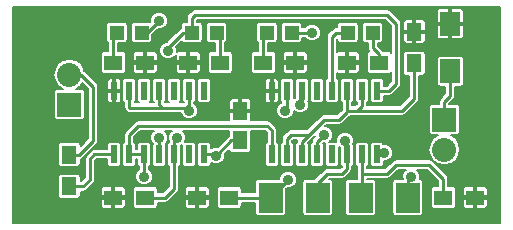
<source format=gbr>
G04 #@! TF.FileFunction,Copper,L1,Top,Signal*
%FSLAX46Y46*%
G04 Gerber Fmt 4.6, Leading zero omitted, Abs format (unit mm)*
G04 Created by KiCad (PCBNEW (after 2015-mar-04 BZR unknown)-product) date 9/30/2016 11:15:59 AM*
%MOMM*%
G01*
G04 APERTURE LIST*
%ADD10C,0.150000*%
%ADD11R,2.000000X2.500000*%
%ADD12R,1.198880X1.198880*%
%ADD13R,2.032000X2.032000*%
%ADD14O,2.032000X2.032000*%
%ADD15R,1.500000X1.300000*%
%ADD16R,1.300000X1.500000*%
%ADD17R,0.600000X1.500000*%
%ADD18R,1.250000X1.500000*%
%ADD19R,1.700000X2.000000*%
%ADD20C,0.889000*%
%ADD21C,0.254000*%
%ADD22C,0.203200*%
G04 APERTURE END LIST*
D10*
D11*
X22130000Y-16510000D03*
X26130000Y-16510000D03*
X29750000Y-16510000D03*
X33750000Y-16510000D03*
D12*
X23909020Y-2540000D03*
X21810980Y-2540000D03*
X28668980Y-2540000D03*
X30767020Y-2540000D03*
X15460980Y-2540000D03*
X17559020Y-2540000D03*
X11209020Y-2540000D03*
X9110980Y-2540000D03*
D13*
X5080000Y-8636000D03*
D14*
X5080000Y-6096000D03*
D13*
X36830000Y-9906000D03*
D14*
X36830000Y-12446000D03*
D15*
X18622000Y-16510000D03*
X15922000Y-16510000D03*
X36750000Y-16510000D03*
X39450000Y-16510000D03*
X21510000Y-5080000D03*
X24210000Y-5080000D03*
X31322000Y-5080000D03*
X28622000Y-5080000D03*
D16*
X5080000Y-15574000D03*
X5080000Y-12874000D03*
D15*
X11510000Y-16510000D03*
X8810000Y-16510000D03*
X17860000Y-5080000D03*
X15160000Y-5080000D03*
X8810000Y-5080000D03*
X11510000Y-5080000D03*
D16*
X34290000Y-5160000D03*
X34290000Y-2460000D03*
D17*
X8890000Y-12860000D03*
X10160000Y-12860000D03*
X11430000Y-12860000D03*
X12700000Y-12860000D03*
X13970000Y-12860000D03*
X15240000Y-12860000D03*
X16510000Y-12860000D03*
X16510000Y-7460000D03*
X15240000Y-7460000D03*
X13970000Y-7460000D03*
X12700000Y-7460000D03*
X11430000Y-7460000D03*
X10160000Y-7460000D03*
X8890000Y-7460000D03*
X22225000Y-12860000D03*
X23495000Y-12860000D03*
X24765000Y-12860000D03*
X26035000Y-12860000D03*
X27305000Y-12860000D03*
X28575000Y-12860000D03*
X29845000Y-12860000D03*
X31115000Y-12860000D03*
X31115000Y-7460000D03*
X29845000Y-7460000D03*
X28575000Y-7460000D03*
X27305000Y-7460000D03*
X26035000Y-7460000D03*
X24765000Y-7460000D03*
X23495000Y-7460000D03*
X22225000Y-7460000D03*
D18*
X19558000Y-9164000D03*
X19558000Y-11664000D03*
D19*
X37338000Y-1810000D03*
X37338000Y-5810000D03*
D20*
X23622000Y-14986000D03*
X23368000Y-9144000D03*
X17526000Y-12954000D03*
X34036000Y-14732000D03*
X24638000Y-8636000D03*
X28448000Y-11684000D03*
X31750000Y-12700000D03*
X25654000Y-2540000D03*
X26670000Y-11176000D03*
X13462000Y-4064000D03*
X12700000Y-11430000D03*
X12700000Y-1524000D03*
X11430000Y-14732000D03*
X15240000Y-9144000D03*
X14224000Y-11430000D03*
D21*
X22130000Y-16510000D02*
X22130000Y-16478000D01*
X22130000Y-16478000D02*
X23622000Y-14986000D01*
X22130000Y-16510000D02*
X22130000Y-15526000D01*
X23495000Y-9017000D02*
X23495000Y-7460000D01*
X23368000Y-9144000D02*
X23495000Y-9017000D01*
X18622000Y-16510000D02*
X22130000Y-16510000D01*
X16510000Y-12860000D02*
X17432000Y-12860000D01*
X17432000Y-12860000D02*
X17526000Y-12954000D01*
X19558000Y-11664000D02*
X18816000Y-11664000D01*
X18816000Y-11664000D02*
X17780000Y-12700000D01*
X17620000Y-12860000D02*
X16510000Y-12860000D01*
X17620000Y-12860000D02*
X17780000Y-12700000D01*
X33750000Y-16510000D02*
X33750000Y-15018000D01*
X33750000Y-15018000D02*
X34036000Y-14732000D01*
X24765000Y-7460000D02*
X24765000Y-8509000D01*
X24765000Y-8509000D02*
X24638000Y-8636000D01*
X28575000Y-12860000D02*
X28575000Y-11811000D01*
X28575000Y-11811000D02*
X28448000Y-11684000D01*
X26130000Y-16510000D02*
X26130000Y-15272000D01*
X26130000Y-15272000D02*
X26924000Y-14478000D01*
X26924000Y-14478000D02*
X28194000Y-14478000D01*
X28194000Y-14478000D02*
X28575000Y-14097000D01*
X28575000Y-14097000D02*
X28575000Y-12860000D01*
X31115000Y-12860000D02*
X31590000Y-12860000D01*
X31590000Y-12860000D02*
X31750000Y-12700000D01*
X29845000Y-14478000D02*
X32004000Y-14478000D01*
X36750000Y-14906000D02*
X36750000Y-16510000D01*
X35560000Y-13716000D02*
X36750000Y-14906000D01*
X32766000Y-13716000D02*
X35560000Y-13716000D01*
X32004000Y-14478000D02*
X32766000Y-13716000D01*
X29845000Y-12860000D02*
X29845000Y-14478000D01*
X29845000Y-14478000D02*
X29845000Y-16415000D01*
X29845000Y-16415000D02*
X29750000Y-16510000D01*
X26035000Y-12860000D02*
X26035000Y-11811000D01*
X25654000Y-2540000D02*
X23909020Y-2540000D01*
X26035000Y-11811000D02*
X26670000Y-11176000D01*
X21510000Y-5080000D02*
X21510000Y-2840980D01*
X21510000Y-2840980D02*
X21810980Y-2540000D01*
X27305000Y-4318000D02*
X27305000Y-2921000D01*
X27686000Y-2540000D02*
X28668980Y-2540000D01*
X27305000Y-2921000D02*
X27686000Y-2540000D01*
X27305000Y-7460000D02*
X27305000Y-4318000D01*
X31322000Y-5080000D02*
X31322000Y-4398000D01*
X30767020Y-3843020D02*
X30767020Y-2540000D01*
X31322000Y-4398000D02*
X30767020Y-3843020D01*
X15460980Y-2540000D02*
X14732000Y-2540000D01*
X13462000Y-3810000D02*
X13462000Y-4064000D01*
X14732000Y-2540000D02*
X13462000Y-3810000D01*
X31115000Y-7460000D02*
X32164000Y-7460000D01*
X15460980Y-1303020D02*
X15460980Y-2540000D01*
X15748000Y-1016000D02*
X15460980Y-1303020D01*
X32004000Y-1016000D02*
X15748000Y-1016000D01*
X32766000Y-1778000D02*
X32004000Y-1016000D01*
X32766000Y-6858000D02*
X32766000Y-1778000D01*
X32164000Y-7460000D02*
X32766000Y-6858000D01*
X12700000Y-12860000D02*
X12700000Y-11430000D01*
X17860000Y-5080000D02*
X17860000Y-2840980D01*
X17860000Y-2840980D02*
X17559020Y-2540000D01*
X11430000Y-12860000D02*
X11430000Y-14732000D01*
X12700000Y-1524000D02*
X11684000Y-2540000D01*
X11684000Y-2540000D02*
X11209020Y-2540000D01*
X10160000Y-12860000D02*
X11430000Y-12860000D01*
X10160000Y-12860000D02*
X10160000Y-11176000D01*
X22225000Y-10795000D02*
X22225000Y-12860000D01*
X21844000Y-10414000D02*
X22225000Y-10795000D01*
X10922000Y-10414000D02*
X21844000Y-10414000D01*
X10160000Y-11176000D02*
X10922000Y-10414000D01*
X8810000Y-5080000D02*
X8810000Y-2840980D01*
X8810000Y-2840980D02*
X9110980Y-2540000D01*
X5080000Y-15574000D02*
X6270000Y-15574000D01*
X7206000Y-12860000D02*
X8890000Y-12860000D01*
X6858000Y-13208000D02*
X7206000Y-12860000D01*
X6858000Y-14986000D02*
X6858000Y-13208000D01*
X6270000Y-15574000D02*
X6858000Y-14986000D01*
X13970000Y-12860000D02*
X13970000Y-11684000D01*
X15240000Y-9144000D02*
X15240000Y-7460000D01*
X13970000Y-11684000D02*
X14224000Y-11430000D01*
X12954000Y-8890000D02*
X10160000Y-8890000D01*
X10160000Y-8636000D02*
X10160000Y-7460000D01*
X10160000Y-8890000D02*
X10160000Y-8636000D01*
X15240000Y-7460000D02*
X15240000Y-8636000D01*
X15240000Y-8636000D02*
X14986000Y-8890000D01*
X14986000Y-8890000D02*
X12954000Y-8890000D01*
X12700000Y-8636000D02*
X12700000Y-7460000D01*
X12954000Y-8890000D02*
X12700000Y-8636000D01*
X13208000Y-16510000D02*
X13970000Y-15748000D01*
X13970000Y-15748000D02*
X13970000Y-12860000D01*
X11510000Y-16510000D02*
X13208000Y-16510000D01*
X23495000Y-12860000D02*
X23495000Y-11557000D01*
X23876000Y-11176000D02*
X25400000Y-11176000D01*
X23495000Y-11557000D02*
X23876000Y-11176000D01*
X29464000Y-9144000D02*
X33274000Y-9144000D01*
X34290000Y-8128000D02*
X34290000Y-5160000D01*
X33274000Y-9144000D02*
X34290000Y-8128000D01*
X28956000Y-9144000D02*
X29464000Y-9144000D01*
X29464000Y-9144000D02*
X29845000Y-8763000D01*
X29845000Y-8763000D02*
X29845000Y-7460000D01*
X28575000Y-9144000D02*
X28956000Y-9144000D01*
X29972000Y-7587000D02*
X29845000Y-7460000D01*
X24765000Y-12860000D02*
X24765000Y-11811000D01*
X28575000Y-9271000D02*
X28575000Y-9144000D01*
X28575000Y-9144000D02*
X28575000Y-7460000D01*
X27940000Y-9906000D02*
X28575000Y-9271000D01*
X26670000Y-9906000D02*
X27940000Y-9906000D01*
X24765000Y-11811000D02*
X25400000Y-11176000D01*
X25400000Y-11176000D02*
X26670000Y-9906000D01*
X36830000Y-8382000D02*
X37338000Y-7874000D01*
X37338000Y-7874000D02*
X37338000Y-5810000D01*
X36830000Y-9906000D02*
X36830000Y-8382000D01*
X15160000Y-5080000D02*
X15494000Y-5080000D01*
X5080000Y-12874000D02*
X5922000Y-12874000D01*
X7112000Y-7112000D02*
X6096000Y-6096000D01*
X7112000Y-11684000D02*
X7112000Y-7112000D01*
X5922000Y-12874000D02*
X7112000Y-11684000D01*
X6096000Y-6096000D02*
X5080000Y-6096000D01*
D22*
G36*
X41555200Y-18695200D02*
X40504800Y-18695200D01*
X40504800Y-17220629D01*
X40504800Y-17099372D01*
X40504800Y-16675100D01*
X40504800Y-16344900D01*
X40504800Y-15920628D01*
X40504800Y-15799371D01*
X40458397Y-15687344D01*
X40372655Y-15601603D01*
X40260628Y-15555200D01*
X39615100Y-15555200D01*
X39538900Y-15631400D01*
X39538900Y-16421100D01*
X40428600Y-16421100D01*
X40504800Y-16344900D01*
X40504800Y-16675100D01*
X40428600Y-16598900D01*
X39538900Y-16598900D01*
X39538900Y-17388600D01*
X39615100Y-17464800D01*
X40260628Y-17464800D01*
X40372655Y-17418397D01*
X40458397Y-17332656D01*
X40504800Y-17220629D01*
X40504800Y-18695200D01*
X39361100Y-18695200D01*
X39361100Y-17388600D01*
X39361100Y-16598900D01*
X39361100Y-16421100D01*
X39361100Y-15631400D01*
X39284900Y-15555200D01*
X38639372Y-15555200D01*
X38527345Y-15601603D01*
X38498771Y-15630176D01*
X38498771Y-6810000D01*
X38498771Y-4810000D01*
X38492800Y-4779225D01*
X38492800Y-2870628D01*
X38492800Y-1975100D01*
X38492800Y-1644900D01*
X38492800Y-749372D01*
X38446397Y-637345D01*
X38360656Y-551603D01*
X38248629Y-505200D01*
X38127372Y-505200D01*
X37503100Y-505200D01*
X37426900Y-581400D01*
X37426900Y-1721100D01*
X38416600Y-1721100D01*
X38492800Y-1644900D01*
X38492800Y-1975100D01*
X38416600Y-1898900D01*
X37426900Y-1898900D01*
X37426900Y-3038600D01*
X37503100Y-3114800D01*
X38127372Y-3114800D01*
X38248629Y-3114800D01*
X38360656Y-3068397D01*
X38446397Y-2982655D01*
X38492800Y-2870628D01*
X38492800Y-4779225D01*
X38476222Y-4693781D01*
X38409123Y-4591635D01*
X38307827Y-4523259D01*
X38188000Y-4499229D01*
X37249100Y-4499229D01*
X37249100Y-3038600D01*
X37249100Y-1898900D01*
X37249100Y-1721100D01*
X37249100Y-581400D01*
X37172900Y-505200D01*
X36548628Y-505200D01*
X36427371Y-505200D01*
X36315344Y-551603D01*
X36229603Y-637345D01*
X36183200Y-749372D01*
X36183200Y-1644900D01*
X36259400Y-1721100D01*
X37249100Y-1721100D01*
X37249100Y-1898900D01*
X36259400Y-1898900D01*
X36183200Y-1975100D01*
X36183200Y-2870628D01*
X36229603Y-2982655D01*
X36315344Y-3068397D01*
X36427371Y-3114800D01*
X36548628Y-3114800D01*
X37172900Y-3114800D01*
X37249100Y-3038600D01*
X37249100Y-4499229D01*
X36488000Y-4499229D01*
X36371781Y-4521778D01*
X36269635Y-4588877D01*
X36201259Y-4690173D01*
X36177229Y-4810000D01*
X36177229Y-6810000D01*
X36199778Y-6926219D01*
X36266877Y-7028365D01*
X36368173Y-7096741D01*
X36488000Y-7120771D01*
X36906200Y-7120771D01*
X36906200Y-7695142D01*
X36524671Y-8076671D01*
X36431069Y-8216757D01*
X36398200Y-8382000D01*
X36398200Y-8579229D01*
X35814000Y-8579229D01*
X35697781Y-8601778D01*
X35595635Y-8668877D01*
X35527259Y-8770173D01*
X35503229Y-8890000D01*
X35503229Y-10922000D01*
X35525778Y-11038219D01*
X35592877Y-11140365D01*
X35694173Y-11208741D01*
X35814000Y-11232771D01*
X36288153Y-11232771D01*
X35870177Y-11512053D01*
X35583864Y-11940552D01*
X35483324Y-12446000D01*
X35583864Y-12951448D01*
X35870177Y-13379947D01*
X36298676Y-13666260D01*
X36804124Y-13766800D01*
X36855876Y-13766800D01*
X37361324Y-13666260D01*
X37789823Y-13379947D01*
X38076136Y-12951448D01*
X38176676Y-12446000D01*
X38076136Y-11940552D01*
X37789823Y-11512053D01*
X37371846Y-11232771D01*
X37846000Y-11232771D01*
X37962219Y-11210222D01*
X38064365Y-11143123D01*
X38132741Y-11041827D01*
X38156771Y-10922000D01*
X38156771Y-8890000D01*
X38134222Y-8773781D01*
X38067123Y-8671635D01*
X37965827Y-8603259D01*
X37846000Y-8579229D01*
X37261800Y-8579229D01*
X37261800Y-8560857D01*
X37643325Y-8179331D01*
X37643328Y-8179329D01*
X37643329Y-8179329D01*
X37736931Y-8039243D01*
X37769800Y-7874000D01*
X37769800Y-7120771D01*
X38188000Y-7120771D01*
X38304219Y-7098222D01*
X38406365Y-7031123D01*
X38474741Y-6929827D01*
X38498771Y-6810000D01*
X38498771Y-15630176D01*
X38441603Y-15687344D01*
X38395200Y-15799371D01*
X38395200Y-15920628D01*
X38395200Y-16344900D01*
X38471400Y-16421100D01*
X39361100Y-16421100D01*
X39361100Y-16598900D01*
X38471400Y-16598900D01*
X38395200Y-16675100D01*
X38395200Y-17099372D01*
X38395200Y-17220629D01*
X38441603Y-17332656D01*
X38527345Y-17418397D01*
X38639372Y-17464800D01*
X39284900Y-17464800D01*
X39361100Y-17388600D01*
X39361100Y-18695200D01*
X37810771Y-18695200D01*
X37810771Y-17160000D01*
X37810771Y-15860000D01*
X37788222Y-15743781D01*
X37721123Y-15641635D01*
X37619827Y-15573259D01*
X37500000Y-15549229D01*
X37181800Y-15549229D01*
X37181800Y-14906000D01*
X37148931Y-14740758D01*
X37148931Y-14740757D01*
X37055329Y-14600671D01*
X35865329Y-13410671D01*
X35725243Y-13317069D01*
X35560000Y-13284200D01*
X35250771Y-13284200D01*
X35250771Y-5910000D01*
X35250771Y-4410000D01*
X35244800Y-4379225D01*
X35244800Y-3270628D01*
X35244800Y-2625100D01*
X35244800Y-2294900D01*
X35244800Y-1649372D01*
X35198397Y-1537345D01*
X35112656Y-1451603D01*
X35000629Y-1405200D01*
X34879372Y-1405200D01*
X34455100Y-1405200D01*
X34378900Y-1481400D01*
X34378900Y-2371100D01*
X35168600Y-2371100D01*
X35244800Y-2294900D01*
X35244800Y-2625100D01*
X35168600Y-2548900D01*
X34378900Y-2548900D01*
X34378900Y-3438600D01*
X34455100Y-3514800D01*
X34879372Y-3514800D01*
X35000629Y-3514800D01*
X35112656Y-3468397D01*
X35198397Y-3382655D01*
X35244800Y-3270628D01*
X35244800Y-4379225D01*
X35228222Y-4293781D01*
X35161123Y-4191635D01*
X35059827Y-4123259D01*
X34940000Y-4099229D01*
X34201100Y-4099229D01*
X34201100Y-3438600D01*
X34201100Y-2548900D01*
X34201100Y-2371100D01*
X34201100Y-1481400D01*
X34124900Y-1405200D01*
X33700628Y-1405200D01*
X33579371Y-1405200D01*
X33467344Y-1451603D01*
X33381603Y-1537345D01*
X33335200Y-1649372D01*
X33335200Y-2294900D01*
X33411400Y-2371100D01*
X34201100Y-2371100D01*
X34201100Y-2548900D01*
X33411400Y-2548900D01*
X33335200Y-2625100D01*
X33335200Y-3270628D01*
X33381603Y-3382655D01*
X33467344Y-3468397D01*
X33579371Y-3514800D01*
X33700628Y-3514800D01*
X34124900Y-3514800D01*
X34201100Y-3438600D01*
X34201100Y-4099229D01*
X33640000Y-4099229D01*
X33523781Y-4121778D01*
X33421635Y-4188877D01*
X33353259Y-4290173D01*
X33329229Y-4410000D01*
X33329229Y-5910000D01*
X33351778Y-6026219D01*
X33418877Y-6128365D01*
X33520173Y-6196741D01*
X33640000Y-6220771D01*
X33858200Y-6220771D01*
X33858200Y-7949142D01*
X33197801Y-8609541D01*
X33197801Y-6858000D01*
X33197800Y-6857994D01*
X33197800Y-1778005D01*
X33197800Y-1778000D01*
X33197801Y-1778000D01*
X33170384Y-1640173D01*
X33164931Y-1612758D01*
X33164931Y-1612757D01*
X33071329Y-1472671D01*
X32309329Y-710671D01*
X32169243Y-617069D01*
X32004000Y-584200D01*
X15748005Y-584200D01*
X15748000Y-584199D01*
X15582758Y-617068D01*
X15536274Y-648127D01*
X15442671Y-710671D01*
X15442668Y-710674D01*
X15155651Y-997691D01*
X15062049Y-1137777D01*
X15029180Y-1303020D01*
X15029180Y-1629789D01*
X14861540Y-1629789D01*
X14745321Y-1652338D01*
X14643175Y-1719437D01*
X14574799Y-1820733D01*
X14550769Y-1940560D01*
X14550769Y-2151751D01*
X14426671Y-2234671D01*
X13449430Y-3211911D01*
X13449430Y-1375609D01*
X13335596Y-1100110D01*
X13124999Y-889144D01*
X12849699Y-774830D01*
X12551609Y-774570D01*
X12276110Y-888404D01*
X12065144Y-1099001D01*
X11950830Y-1374301D01*
X11950578Y-1662763D01*
X11946935Y-1666406D01*
X11928287Y-1653819D01*
X11808460Y-1629789D01*
X10609580Y-1629789D01*
X10493361Y-1652338D01*
X10391215Y-1719437D01*
X10322839Y-1820733D01*
X10298809Y-1940560D01*
X10298809Y-3139440D01*
X10321358Y-3255659D01*
X10388457Y-3357805D01*
X10489753Y-3426181D01*
X10609580Y-3450211D01*
X11808460Y-3450211D01*
X11924679Y-3427662D01*
X12026825Y-3360563D01*
X12095201Y-3259267D01*
X12119231Y-3139440D01*
X12119231Y-2715427D01*
X12561478Y-2273179D01*
X12848391Y-2273430D01*
X13123890Y-2159596D01*
X13334856Y-1948999D01*
X13449170Y-1673699D01*
X13449430Y-1375609D01*
X13449430Y-3211911D01*
X13346743Y-3314598D01*
X13313609Y-3314570D01*
X13038110Y-3428404D01*
X12827144Y-3639001D01*
X12712830Y-3914301D01*
X12712570Y-4212391D01*
X12826404Y-4487890D01*
X13037001Y-4698856D01*
X13312301Y-4813170D01*
X13610391Y-4813430D01*
X13885890Y-4699596D01*
X14096856Y-4488999D01*
X14105200Y-4468904D01*
X14105200Y-4490628D01*
X14105200Y-4914900D01*
X14181400Y-4991100D01*
X15071100Y-4991100D01*
X15071100Y-4201400D01*
X14994900Y-4125200D01*
X14349372Y-4125200D01*
X14237345Y-4171603D01*
X14211183Y-4197763D01*
X14211430Y-3915609D01*
X14139977Y-3742680D01*
X14594600Y-3288057D01*
X14640417Y-3357805D01*
X14741713Y-3426181D01*
X14861540Y-3450211D01*
X16060420Y-3450211D01*
X16176639Y-3427662D01*
X16278785Y-3360563D01*
X16347161Y-3259267D01*
X16371191Y-3139440D01*
X16371191Y-1940560D01*
X16348642Y-1824341D01*
X16281543Y-1722195D01*
X16180247Y-1653819D01*
X16060420Y-1629789D01*
X15892780Y-1629789D01*
X15892780Y-1481877D01*
X15926857Y-1447800D01*
X31825142Y-1447800D01*
X32334200Y-1956858D01*
X32334200Y-4274167D01*
X32293123Y-4211635D01*
X32191827Y-4143259D01*
X32072000Y-4119229D01*
X31645074Y-4119229D01*
X31627329Y-4092671D01*
X31198820Y-3664162D01*
X31198820Y-3450211D01*
X31366460Y-3450211D01*
X31482679Y-3427662D01*
X31584825Y-3360563D01*
X31653201Y-3259267D01*
X31677231Y-3139440D01*
X31677231Y-1940560D01*
X31654682Y-1824341D01*
X31587583Y-1722195D01*
X31486287Y-1653819D01*
X31366460Y-1629789D01*
X30167580Y-1629789D01*
X30051361Y-1652338D01*
X29949215Y-1719437D01*
X29880839Y-1820733D01*
X29856809Y-1940560D01*
X29856809Y-3139440D01*
X29879358Y-3255659D01*
X29946457Y-3357805D01*
X30047753Y-3426181D01*
X30167580Y-3450211D01*
X30335220Y-3450211D01*
X30335220Y-3843020D01*
X30368089Y-4008263D01*
X30457126Y-4141517D01*
X30455781Y-4141778D01*
X30353635Y-4208877D01*
X30285259Y-4310173D01*
X30261229Y-4430000D01*
X30261229Y-5730000D01*
X30283778Y-5846219D01*
X30350877Y-5948365D01*
X30452173Y-6016741D01*
X30572000Y-6040771D01*
X32072000Y-6040771D01*
X32188219Y-6018222D01*
X32290365Y-5951123D01*
X32334200Y-5886183D01*
X32334200Y-6679142D01*
X31985142Y-7028200D01*
X31725771Y-7028200D01*
X31725771Y-6710000D01*
X31703222Y-6593781D01*
X31636123Y-6491635D01*
X31534827Y-6423259D01*
X31415000Y-6399229D01*
X30815000Y-6399229D01*
X30698781Y-6421778D01*
X30596635Y-6488877D01*
X30528259Y-6590173D01*
X30504229Y-6710000D01*
X30504229Y-8210000D01*
X30526778Y-8326219D01*
X30593877Y-8428365D01*
X30695173Y-8496741D01*
X30815000Y-8520771D01*
X31415000Y-8520771D01*
X31531219Y-8498222D01*
X31633365Y-8431123D01*
X31701741Y-8329827D01*
X31725771Y-8210000D01*
X31725771Y-7891800D01*
X32164000Y-7891800D01*
X32329242Y-7858931D01*
X32329243Y-7858931D01*
X32469329Y-7765329D01*
X33071325Y-7163331D01*
X33071329Y-7163329D01*
X33071329Y-7163328D01*
X33133872Y-7069726D01*
X33164931Y-7023243D01*
X33164932Y-7023242D01*
X33197800Y-6858000D01*
X33197801Y-6858000D01*
X33197801Y-8609541D01*
X33095142Y-8712200D01*
X30276800Y-8712200D01*
X30276800Y-8487986D01*
X30363365Y-8431123D01*
X30431741Y-8329827D01*
X30455771Y-8210000D01*
X30455771Y-6710000D01*
X30433222Y-6593781D01*
X30366123Y-6491635D01*
X30264827Y-6423259D01*
X30145000Y-6399229D01*
X29676800Y-6399229D01*
X29676800Y-5790629D01*
X29676800Y-5669372D01*
X29676800Y-5245100D01*
X29676800Y-4914900D01*
X29676800Y-4490628D01*
X29676800Y-4369371D01*
X29630397Y-4257344D01*
X29579191Y-4206138D01*
X29579191Y-3139440D01*
X29579191Y-1940560D01*
X29556642Y-1824341D01*
X29489543Y-1722195D01*
X29388247Y-1653819D01*
X29268420Y-1629789D01*
X28069540Y-1629789D01*
X27953321Y-1652338D01*
X27851175Y-1719437D01*
X27782799Y-1820733D01*
X27758769Y-1940560D01*
X27758769Y-2108200D01*
X27686000Y-2108200D01*
X27520757Y-2141069D01*
X27380671Y-2234671D01*
X27380668Y-2234674D01*
X26999671Y-2615671D01*
X26906069Y-2755757D01*
X26873200Y-2921000D01*
X26873200Y-4318000D01*
X26873200Y-6432013D01*
X26786635Y-6488877D01*
X26718259Y-6590173D01*
X26694229Y-6710000D01*
X26694229Y-8210000D01*
X26716778Y-8326219D01*
X26783877Y-8428365D01*
X26885173Y-8496741D01*
X27005000Y-8520771D01*
X27605000Y-8520771D01*
X27721219Y-8498222D01*
X27823365Y-8431123D01*
X27891741Y-8329827D01*
X27915771Y-8210000D01*
X27915771Y-6710000D01*
X27893222Y-6593781D01*
X27826123Y-6491635D01*
X27736800Y-6431340D01*
X27736800Y-6003911D01*
X27811372Y-6034800D01*
X28456900Y-6034800D01*
X28533100Y-5958600D01*
X28533100Y-5168900D01*
X28513100Y-5168900D01*
X28513100Y-4991100D01*
X28533100Y-4991100D01*
X28533100Y-4201400D01*
X28456900Y-4125200D01*
X27811372Y-4125200D01*
X27736800Y-4156088D01*
X27736800Y-3099857D01*
X27758769Y-3077888D01*
X27758769Y-3139440D01*
X27781318Y-3255659D01*
X27848417Y-3357805D01*
X27949713Y-3426181D01*
X28069540Y-3450211D01*
X29268420Y-3450211D01*
X29384639Y-3427662D01*
X29486785Y-3360563D01*
X29555161Y-3259267D01*
X29579191Y-3139440D01*
X29579191Y-4206138D01*
X29544655Y-4171603D01*
X29432628Y-4125200D01*
X28787100Y-4125200D01*
X28710900Y-4201400D01*
X28710900Y-4991100D01*
X29600600Y-4991100D01*
X29676800Y-4914900D01*
X29676800Y-5245100D01*
X29600600Y-5168900D01*
X28710900Y-5168900D01*
X28710900Y-5958600D01*
X28787100Y-6034800D01*
X29432628Y-6034800D01*
X29544655Y-5988397D01*
X29630397Y-5902656D01*
X29676800Y-5790629D01*
X29676800Y-6399229D01*
X29545000Y-6399229D01*
X29428781Y-6421778D01*
X29326635Y-6488877D01*
X29258259Y-6590173D01*
X29234229Y-6710000D01*
X29234229Y-8210000D01*
X29256778Y-8326219D01*
X29323877Y-8428365D01*
X29413200Y-8488659D01*
X29413200Y-8584142D01*
X29285142Y-8712200D01*
X29006800Y-8712200D01*
X29006800Y-8487986D01*
X29093365Y-8431123D01*
X29161741Y-8329827D01*
X29185771Y-8210000D01*
X29185771Y-6710000D01*
X29163222Y-6593781D01*
X29096123Y-6491635D01*
X28994827Y-6423259D01*
X28875000Y-6399229D01*
X28275000Y-6399229D01*
X28158781Y-6421778D01*
X28056635Y-6488877D01*
X27988259Y-6590173D01*
X27964229Y-6710000D01*
X27964229Y-8210000D01*
X27986778Y-8326219D01*
X28053877Y-8428365D01*
X28143200Y-8488659D01*
X28143200Y-9092142D01*
X27761142Y-9474200D01*
X26670000Y-9474200D01*
X26645771Y-9479019D01*
X26645771Y-8210000D01*
X26645771Y-6710000D01*
X26623222Y-6593781D01*
X26556123Y-6491635D01*
X26454827Y-6423259D01*
X26403430Y-6412951D01*
X26403430Y-2391609D01*
X26289596Y-2116110D01*
X26078999Y-1905144D01*
X25803699Y-1790830D01*
X25505609Y-1790570D01*
X25230110Y-1904404D01*
X25025956Y-2108200D01*
X24819231Y-2108200D01*
X24819231Y-1940560D01*
X24796682Y-1824341D01*
X24729583Y-1722195D01*
X24628287Y-1653819D01*
X24508460Y-1629789D01*
X23309580Y-1629789D01*
X23193361Y-1652338D01*
X23091215Y-1719437D01*
X23022839Y-1820733D01*
X22998809Y-1940560D01*
X22998809Y-3139440D01*
X23021358Y-3255659D01*
X23088457Y-3357805D01*
X23189753Y-3426181D01*
X23309580Y-3450211D01*
X24508460Y-3450211D01*
X24624679Y-3427662D01*
X24726825Y-3360563D01*
X24795201Y-3259267D01*
X24819231Y-3139440D01*
X24819231Y-2971800D01*
X25026300Y-2971800D01*
X25229001Y-3174856D01*
X25504301Y-3289170D01*
X25802391Y-3289430D01*
X26077890Y-3175596D01*
X26288856Y-2964999D01*
X26403170Y-2689699D01*
X26403430Y-2391609D01*
X26403430Y-6412951D01*
X26335000Y-6399229D01*
X25735000Y-6399229D01*
X25618781Y-6421778D01*
X25516635Y-6488877D01*
X25448259Y-6590173D01*
X25424229Y-6710000D01*
X25424229Y-8210000D01*
X25446778Y-8326219D01*
X25513877Y-8428365D01*
X25615173Y-8496741D01*
X25735000Y-8520771D01*
X26335000Y-8520771D01*
X26451219Y-8498222D01*
X26553365Y-8431123D01*
X26621741Y-8329827D01*
X26645771Y-8210000D01*
X26645771Y-9479019D01*
X26504757Y-9507069D01*
X26364671Y-9600671D01*
X25387430Y-10577912D01*
X25387430Y-8487609D01*
X25333438Y-8356940D01*
X25351741Y-8329827D01*
X25375771Y-8210000D01*
X25375771Y-6710000D01*
X25353222Y-6593781D01*
X25286123Y-6491635D01*
X25264800Y-6477241D01*
X25264800Y-5790629D01*
X25264800Y-5669372D01*
X25264800Y-5245100D01*
X25264800Y-4914900D01*
X25264800Y-4490628D01*
X25264800Y-4369371D01*
X25218397Y-4257344D01*
X25132655Y-4171603D01*
X25020628Y-4125200D01*
X24375100Y-4125200D01*
X24298900Y-4201400D01*
X24298900Y-4991100D01*
X25188600Y-4991100D01*
X25264800Y-4914900D01*
X25264800Y-5245100D01*
X25188600Y-5168900D01*
X24298900Y-5168900D01*
X24298900Y-5958600D01*
X24375100Y-6034800D01*
X25020628Y-6034800D01*
X25132655Y-5988397D01*
X25218397Y-5902656D01*
X25264800Y-5790629D01*
X25264800Y-6477241D01*
X25184827Y-6423259D01*
X25065000Y-6399229D01*
X24465000Y-6399229D01*
X24348781Y-6421778D01*
X24246635Y-6488877D01*
X24178259Y-6590173D01*
X24154229Y-6710000D01*
X24154229Y-8060180D01*
X24121100Y-8093250D01*
X24121100Y-5958600D01*
X24121100Y-5168900D01*
X24121100Y-4991100D01*
X24121100Y-4201400D01*
X24044900Y-4125200D01*
X23399372Y-4125200D01*
X23287345Y-4171603D01*
X23201603Y-4257344D01*
X23155200Y-4369371D01*
X23155200Y-4490628D01*
X23155200Y-4914900D01*
X23231400Y-4991100D01*
X24121100Y-4991100D01*
X24121100Y-5168900D01*
X23231400Y-5168900D01*
X23155200Y-5245100D01*
X23155200Y-5669372D01*
X23155200Y-5790629D01*
X23201603Y-5902656D01*
X23287345Y-5988397D01*
X23399372Y-6034800D01*
X24044900Y-6034800D01*
X24121100Y-5958600D01*
X24121100Y-8093250D01*
X24105771Y-8108553D01*
X24105771Y-6710000D01*
X24083222Y-6593781D01*
X24016123Y-6491635D01*
X23914827Y-6423259D01*
X23795000Y-6399229D01*
X23195000Y-6399229D01*
X23078781Y-6421778D01*
X22976635Y-6488877D01*
X22908259Y-6590173D01*
X22884229Y-6710000D01*
X22884229Y-8210000D01*
X22906778Y-8326219D01*
X22973877Y-8428365D01*
X23036125Y-8470383D01*
X22944110Y-8508404D01*
X22829800Y-8622514D01*
X22829800Y-8270628D01*
X22829800Y-7625100D01*
X22829800Y-7294900D01*
X22829800Y-6649372D01*
X22783397Y-6537345D01*
X22721191Y-6475138D01*
X22721191Y-3139440D01*
X22721191Y-1940560D01*
X22698642Y-1824341D01*
X22631543Y-1722195D01*
X22530247Y-1653819D01*
X22410420Y-1629789D01*
X21211540Y-1629789D01*
X21095321Y-1652338D01*
X20993175Y-1719437D01*
X20924799Y-1820733D01*
X20900769Y-1940560D01*
X20900769Y-3139440D01*
X20923318Y-3255659D01*
X20990417Y-3357805D01*
X21078200Y-3417059D01*
X21078200Y-4119229D01*
X20760000Y-4119229D01*
X20643781Y-4141778D01*
X20541635Y-4208877D01*
X20473259Y-4310173D01*
X20449229Y-4430000D01*
X20449229Y-5730000D01*
X20471778Y-5846219D01*
X20538877Y-5948365D01*
X20640173Y-6016741D01*
X20760000Y-6040771D01*
X22260000Y-6040771D01*
X22376219Y-6018222D01*
X22478365Y-5951123D01*
X22546741Y-5849827D01*
X22570771Y-5730000D01*
X22570771Y-4430000D01*
X22548222Y-4313781D01*
X22481123Y-4211635D01*
X22379827Y-4143259D01*
X22260000Y-4119229D01*
X21941800Y-4119229D01*
X21941800Y-3450211D01*
X22410420Y-3450211D01*
X22526639Y-3427662D01*
X22628785Y-3360563D01*
X22697161Y-3259267D01*
X22721191Y-3139440D01*
X22721191Y-6475138D01*
X22697656Y-6451603D01*
X22585629Y-6405200D01*
X22464372Y-6405200D01*
X22390100Y-6405200D01*
X22313900Y-6481400D01*
X22313900Y-7371100D01*
X22753600Y-7371100D01*
X22829800Y-7294900D01*
X22829800Y-7625100D01*
X22753600Y-7548900D01*
X22313900Y-7548900D01*
X22313900Y-8438600D01*
X22390100Y-8514800D01*
X22464372Y-8514800D01*
X22585629Y-8514800D01*
X22697656Y-8468397D01*
X22783397Y-8382655D01*
X22829800Y-8270628D01*
X22829800Y-8622514D01*
X22733144Y-8719001D01*
X22618830Y-8994301D01*
X22618570Y-9292391D01*
X22732404Y-9567890D01*
X22943001Y-9778856D01*
X23218301Y-9893170D01*
X23516391Y-9893430D01*
X23791890Y-9779596D01*
X24002856Y-9568999D01*
X24117170Y-9293699D01*
X24117273Y-9174960D01*
X24213001Y-9270856D01*
X24488301Y-9385170D01*
X24786391Y-9385430D01*
X25061890Y-9271596D01*
X25272856Y-9060999D01*
X25387170Y-8785699D01*
X25387430Y-8487609D01*
X25387430Y-10577912D01*
X25221142Y-10744200D01*
X23876000Y-10744200D01*
X23710757Y-10777069D01*
X23570671Y-10870671D01*
X23570668Y-10870674D01*
X23189671Y-11251671D01*
X23096069Y-11391757D01*
X23063200Y-11557000D01*
X23063200Y-11832013D01*
X22976635Y-11888877D01*
X22908259Y-11990173D01*
X22884229Y-12110000D01*
X22884229Y-13610000D01*
X22906778Y-13726219D01*
X22973877Y-13828365D01*
X23075173Y-13896741D01*
X23195000Y-13920771D01*
X23795000Y-13920771D01*
X23911219Y-13898222D01*
X24013365Y-13831123D01*
X24081741Y-13729827D01*
X24105771Y-13610000D01*
X24105771Y-12110000D01*
X24083222Y-11993781D01*
X24016123Y-11891635D01*
X23926800Y-11831340D01*
X23926800Y-11735857D01*
X24054857Y-11607800D01*
X24391430Y-11607800D01*
X24366069Y-11645757D01*
X24333200Y-11811000D01*
X24333200Y-11832013D01*
X24246635Y-11888877D01*
X24178259Y-11990173D01*
X24154229Y-12110000D01*
X24154229Y-13610000D01*
X24176778Y-13726219D01*
X24243877Y-13828365D01*
X24345173Y-13896741D01*
X24465000Y-13920771D01*
X25065000Y-13920771D01*
X25181219Y-13898222D01*
X25283365Y-13831123D01*
X25351741Y-13729827D01*
X25375771Y-13610000D01*
X25375771Y-12110000D01*
X25353222Y-11993781D01*
X25289651Y-11897006D01*
X25705325Y-11481331D01*
X25705329Y-11481329D01*
X25705329Y-11481328D01*
X25920620Y-11266037D01*
X25920578Y-11314763D01*
X25729671Y-11505671D01*
X25636069Y-11645757D01*
X25603200Y-11811000D01*
X25603200Y-11832013D01*
X25516635Y-11888877D01*
X25448259Y-11990173D01*
X25424229Y-12110000D01*
X25424229Y-13610000D01*
X25446778Y-13726219D01*
X25513877Y-13828365D01*
X25615173Y-13896741D01*
X25735000Y-13920771D01*
X26335000Y-13920771D01*
X26451219Y-13898222D01*
X26553365Y-13831123D01*
X26621741Y-13729827D01*
X26645771Y-13610000D01*
X26645771Y-12110000D01*
X26623222Y-11993781D01*
X26578185Y-11925220D01*
X26761994Y-11925380D01*
X26718259Y-11990173D01*
X26694229Y-12110000D01*
X26694229Y-13610000D01*
X26716778Y-13726219D01*
X26783877Y-13828365D01*
X26885173Y-13896741D01*
X27005000Y-13920771D01*
X27605000Y-13920771D01*
X27721219Y-13898222D01*
X27823365Y-13831123D01*
X27891741Y-13729827D01*
X27915771Y-13610000D01*
X27915771Y-12211438D01*
X27964229Y-12259981D01*
X27964229Y-13610000D01*
X27986778Y-13726219D01*
X28053877Y-13828365D01*
X28143200Y-13888659D01*
X28143200Y-13918142D01*
X28015142Y-14046200D01*
X26924005Y-14046200D01*
X26924000Y-14046199D01*
X26758758Y-14079068D01*
X26712274Y-14110127D01*
X26618671Y-14172671D01*
X26618668Y-14172674D01*
X25842113Y-14949229D01*
X25130000Y-14949229D01*
X25013781Y-14971778D01*
X24911635Y-15038877D01*
X24843259Y-15140173D01*
X24819229Y-15260000D01*
X24819229Y-17760000D01*
X24841778Y-17876219D01*
X24908877Y-17978365D01*
X25010173Y-18046741D01*
X25130000Y-18070771D01*
X27130000Y-18070771D01*
X27246219Y-18048222D01*
X27348365Y-17981123D01*
X27416741Y-17879827D01*
X27440771Y-17760000D01*
X27440771Y-15260000D01*
X27418222Y-15143781D01*
X27351123Y-15041635D01*
X27249827Y-14973259D01*
X27130000Y-14949229D01*
X27063428Y-14949229D01*
X27102857Y-14909800D01*
X28194000Y-14909800D01*
X28359242Y-14876931D01*
X28359243Y-14876931D01*
X28499329Y-14783329D01*
X28880325Y-14402331D01*
X28880328Y-14402329D01*
X28880329Y-14402329D01*
X28973931Y-14262243D01*
X29006800Y-14097000D01*
X29006800Y-13887986D01*
X29093365Y-13831123D01*
X29161741Y-13729827D01*
X29185771Y-13610000D01*
X29185771Y-12110000D01*
X29163222Y-11993781D01*
X29143294Y-11963445D01*
X29197170Y-11833699D01*
X29197430Y-11535609D01*
X29083596Y-11260110D01*
X28872999Y-11049144D01*
X28597699Y-10934830D01*
X28299609Y-10934570D01*
X28024110Y-11048404D01*
X27813144Y-11259001D01*
X27698830Y-11534301D01*
X27698582Y-11817995D01*
X27605000Y-11799229D01*
X27106278Y-11799229D01*
X27304856Y-11600999D01*
X27419170Y-11325699D01*
X27419430Y-11027609D01*
X27305596Y-10752110D01*
X27094999Y-10541144D01*
X26819699Y-10426830D01*
X26759880Y-10426777D01*
X26848858Y-10337800D01*
X27940000Y-10337800D01*
X28105242Y-10304931D01*
X28105243Y-10304931D01*
X28245329Y-10211329D01*
X28880325Y-9576331D01*
X28880329Y-9576329D01*
X28880329Y-9576328D01*
X28880681Y-9575800D01*
X28880682Y-9575800D01*
X28956000Y-9575800D01*
X29464000Y-9575800D01*
X33274000Y-9575800D01*
X33439242Y-9542931D01*
X33439243Y-9542931D01*
X33579329Y-9449329D01*
X34595329Y-8433329D01*
X34688931Y-8293243D01*
X34688931Y-8293242D01*
X34721800Y-8128000D01*
X34721800Y-6220771D01*
X34940000Y-6220771D01*
X35056219Y-6198222D01*
X35158365Y-6131123D01*
X35226741Y-6029827D01*
X35250771Y-5910000D01*
X35250771Y-13284200D01*
X32766005Y-13284200D01*
X32766000Y-13284199D01*
X32628173Y-13311615D01*
X32600757Y-13317069D01*
X32499430Y-13384773D01*
X32499430Y-12551609D01*
X32385596Y-12276110D01*
X32174999Y-12065144D01*
X31899699Y-11950830D01*
X31674878Y-11950633D01*
X31636123Y-11891635D01*
X31534827Y-11823259D01*
X31415000Y-11799229D01*
X30815000Y-11799229D01*
X30698781Y-11821778D01*
X30596635Y-11888877D01*
X30528259Y-11990173D01*
X30504229Y-12110000D01*
X30504229Y-13610000D01*
X30526778Y-13726219D01*
X30593877Y-13828365D01*
X30695173Y-13896741D01*
X30815000Y-13920771D01*
X31415000Y-13920771D01*
X31531219Y-13898222D01*
X31633365Y-13831123D01*
X31701741Y-13729827D01*
X31725771Y-13610000D01*
X31725771Y-13449279D01*
X31898391Y-13449430D01*
X32173890Y-13335596D01*
X32384856Y-13124999D01*
X32499170Y-12849699D01*
X32499430Y-12551609D01*
X32499430Y-13384773D01*
X32460671Y-13410671D01*
X31825142Y-14046200D01*
X30276800Y-14046200D01*
X30276800Y-13887986D01*
X30363365Y-13831123D01*
X30431741Y-13729827D01*
X30455771Y-13610000D01*
X30455771Y-12110000D01*
X30433222Y-11993781D01*
X30366123Y-11891635D01*
X30264827Y-11823259D01*
X30145000Y-11799229D01*
X29545000Y-11799229D01*
X29428781Y-11821778D01*
X29326635Y-11888877D01*
X29258259Y-11990173D01*
X29234229Y-12110000D01*
X29234229Y-13610000D01*
X29256778Y-13726219D01*
X29323877Y-13828365D01*
X29413200Y-13888659D01*
X29413200Y-14478000D01*
X29413200Y-14949229D01*
X28750000Y-14949229D01*
X28633781Y-14971778D01*
X28531635Y-15038877D01*
X28463259Y-15140173D01*
X28439229Y-15260000D01*
X28439229Y-17760000D01*
X28461778Y-17876219D01*
X28528877Y-17978365D01*
X28630173Y-18046741D01*
X28750000Y-18070771D01*
X30750000Y-18070771D01*
X30866219Y-18048222D01*
X30968365Y-17981123D01*
X31036741Y-17879827D01*
X31060771Y-17760000D01*
X31060771Y-15260000D01*
X31038222Y-15143781D01*
X30971123Y-15041635D01*
X30869827Y-14973259D01*
X30750000Y-14949229D01*
X30276800Y-14949229D01*
X30276800Y-14909800D01*
X32004000Y-14909800D01*
X32169242Y-14876931D01*
X32169243Y-14876931D01*
X32309329Y-14783329D01*
X32944858Y-14147800D01*
X33560623Y-14147800D01*
X33401144Y-14307001D01*
X33286830Y-14582301D01*
X33286570Y-14880391D01*
X33315013Y-14949229D01*
X32750000Y-14949229D01*
X32633781Y-14971778D01*
X32531635Y-15038877D01*
X32463259Y-15140173D01*
X32439229Y-15260000D01*
X32439229Y-17760000D01*
X32461778Y-17876219D01*
X32528877Y-17978365D01*
X32630173Y-18046741D01*
X32750000Y-18070771D01*
X34750000Y-18070771D01*
X34866219Y-18048222D01*
X34968365Y-17981123D01*
X35036741Y-17879827D01*
X35060771Y-17760000D01*
X35060771Y-15260000D01*
X35038222Y-15143781D01*
X34971123Y-15041635D01*
X34869827Y-14973259D01*
X34756581Y-14950548D01*
X34785170Y-14881699D01*
X34785430Y-14583609D01*
X34671596Y-14308110D01*
X34511566Y-14147800D01*
X35381142Y-14147800D01*
X36318200Y-15084858D01*
X36318200Y-15549229D01*
X36000000Y-15549229D01*
X35883781Y-15571778D01*
X35781635Y-15638877D01*
X35713259Y-15740173D01*
X35689229Y-15860000D01*
X35689229Y-17160000D01*
X35711778Y-17276219D01*
X35778877Y-17378365D01*
X35880173Y-17446741D01*
X36000000Y-17470771D01*
X37500000Y-17470771D01*
X37616219Y-17448222D01*
X37718365Y-17381123D01*
X37786741Y-17279827D01*
X37810771Y-17160000D01*
X37810771Y-18695200D01*
X24371430Y-18695200D01*
X24371430Y-14837609D01*
X24257596Y-14562110D01*
X24046999Y-14351144D01*
X23771699Y-14236830D01*
X23473609Y-14236570D01*
X23198110Y-14350404D01*
X22987144Y-14561001D01*
X22872830Y-14836301D01*
X22872731Y-14949229D01*
X22835771Y-14949229D01*
X22835771Y-13610000D01*
X22835771Y-12110000D01*
X22813222Y-11993781D01*
X22746123Y-11891635D01*
X22656800Y-11831340D01*
X22656800Y-10795000D01*
X22623931Y-10629757D01*
X22530329Y-10489671D01*
X22530325Y-10489668D01*
X22149329Y-10108671D01*
X22136100Y-10099831D01*
X22136100Y-8438600D01*
X22136100Y-7548900D01*
X22136100Y-7371100D01*
X22136100Y-6481400D01*
X22059900Y-6405200D01*
X21985628Y-6405200D01*
X21864371Y-6405200D01*
X21752344Y-6451603D01*
X21666603Y-6537345D01*
X21620200Y-6649372D01*
X21620200Y-7294900D01*
X21696400Y-7371100D01*
X22136100Y-7371100D01*
X22136100Y-7548900D01*
X21696400Y-7548900D01*
X21620200Y-7625100D01*
X21620200Y-8270628D01*
X21666603Y-8382655D01*
X21752344Y-8468397D01*
X21864371Y-8514800D01*
X21985628Y-8514800D01*
X22059900Y-8514800D01*
X22136100Y-8438600D01*
X22136100Y-10099831D01*
X22009243Y-10015069D01*
X21844000Y-9982200D01*
X20484663Y-9982200D01*
X20487800Y-9974628D01*
X20487800Y-9329100D01*
X20487800Y-8998900D01*
X20487800Y-8353372D01*
X20441397Y-8241345D01*
X20355656Y-8155603D01*
X20243629Y-8109200D01*
X20122372Y-8109200D01*
X19723100Y-8109200D01*
X19646900Y-8185400D01*
X19646900Y-9075100D01*
X20411600Y-9075100D01*
X20487800Y-8998900D01*
X20487800Y-9329100D01*
X20411600Y-9252900D01*
X19646900Y-9252900D01*
X19646900Y-9272900D01*
X19469100Y-9272900D01*
X19469100Y-9252900D01*
X19469100Y-9075100D01*
X19469100Y-8185400D01*
X19392900Y-8109200D01*
X18993628Y-8109200D01*
X18920771Y-8109200D01*
X18920771Y-5730000D01*
X18920771Y-4430000D01*
X18898222Y-4313781D01*
X18831123Y-4211635D01*
X18729827Y-4143259D01*
X18610000Y-4119229D01*
X18291800Y-4119229D01*
X18291800Y-3416415D01*
X18376825Y-3360563D01*
X18445201Y-3259267D01*
X18469231Y-3139440D01*
X18469231Y-1940560D01*
X18446682Y-1824341D01*
X18379583Y-1722195D01*
X18278287Y-1653819D01*
X18158460Y-1629789D01*
X16959580Y-1629789D01*
X16843361Y-1652338D01*
X16741215Y-1719437D01*
X16672839Y-1820733D01*
X16648809Y-1940560D01*
X16648809Y-3139440D01*
X16671358Y-3255659D01*
X16738457Y-3357805D01*
X16839753Y-3426181D01*
X16959580Y-3450211D01*
X17428200Y-3450211D01*
X17428200Y-4119229D01*
X17110000Y-4119229D01*
X16993781Y-4141778D01*
X16891635Y-4208877D01*
X16823259Y-4310173D01*
X16799229Y-4430000D01*
X16799229Y-5730000D01*
X16821778Y-5846219D01*
X16888877Y-5948365D01*
X16990173Y-6016741D01*
X17110000Y-6040771D01*
X18610000Y-6040771D01*
X18726219Y-6018222D01*
X18828365Y-5951123D01*
X18896741Y-5849827D01*
X18920771Y-5730000D01*
X18920771Y-8109200D01*
X18872371Y-8109200D01*
X18760344Y-8155603D01*
X18674603Y-8241345D01*
X18628200Y-8353372D01*
X18628200Y-8998900D01*
X18704400Y-9075100D01*
X19469100Y-9075100D01*
X19469100Y-9252900D01*
X18704400Y-9252900D01*
X18628200Y-9329100D01*
X18628200Y-9974628D01*
X18631336Y-9982200D01*
X17120771Y-9982200D01*
X17120771Y-8210000D01*
X17120771Y-6710000D01*
X17098222Y-6593781D01*
X17031123Y-6491635D01*
X16929827Y-6423259D01*
X16810000Y-6399229D01*
X16214800Y-6399229D01*
X16214800Y-5790629D01*
X16214800Y-5669372D01*
X16214800Y-5245100D01*
X16214800Y-4914900D01*
X16214800Y-4490628D01*
X16214800Y-4369371D01*
X16168397Y-4257344D01*
X16082655Y-4171603D01*
X15970628Y-4125200D01*
X15325100Y-4125200D01*
X15248900Y-4201400D01*
X15248900Y-4991100D01*
X16138600Y-4991100D01*
X16214800Y-4914900D01*
X16214800Y-5245100D01*
X16138600Y-5168900D01*
X15248900Y-5168900D01*
X15248900Y-5958600D01*
X15325100Y-6034800D01*
X15970628Y-6034800D01*
X16082655Y-5988397D01*
X16168397Y-5902656D01*
X16214800Y-5790629D01*
X16214800Y-6399229D01*
X16210000Y-6399229D01*
X16093781Y-6421778D01*
X15991635Y-6488877D01*
X15923259Y-6590173D01*
X15899229Y-6710000D01*
X15899229Y-8210000D01*
X15921778Y-8326219D01*
X15988877Y-8428365D01*
X16090173Y-8496741D01*
X16210000Y-8520771D01*
X16810000Y-8520771D01*
X16926219Y-8498222D01*
X17028365Y-8431123D01*
X17096741Y-8329827D01*
X17120771Y-8210000D01*
X17120771Y-9982200D01*
X15989430Y-9982200D01*
X15989430Y-8995609D01*
X15875596Y-8720110D01*
X15671800Y-8515956D01*
X15671800Y-8487986D01*
X15758365Y-8431123D01*
X15826741Y-8329827D01*
X15850771Y-8210000D01*
X15850771Y-6710000D01*
X15828222Y-6593781D01*
X15761123Y-6491635D01*
X15659827Y-6423259D01*
X15540000Y-6399229D01*
X15071100Y-6399229D01*
X15071100Y-5958600D01*
X15071100Y-5168900D01*
X14181400Y-5168900D01*
X14105200Y-5245100D01*
X14105200Y-5669372D01*
X14105200Y-5790629D01*
X14151603Y-5902656D01*
X14237345Y-5988397D01*
X14349372Y-6034800D01*
X14994900Y-6034800D01*
X15071100Y-5958600D01*
X15071100Y-6399229D01*
X14940000Y-6399229D01*
X14823781Y-6421778D01*
X14721635Y-6488877D01*
X14653259Y-6590173D01*
X14629229Y-6710000D01*
X14629229Y-8210000D01*
X14651778Y-8326219D01*
X14718877Y-8428365D01*
X14763076Y-8458200D01*
X14447145Y-8458200D01*
X14488365Y-8431123D01*
X14556741Y-8329827D01*
X14580771Y-8210000D01*
X14580771Y-6710000D01*
X14558222Y-6593781D01*
X14491123Y-6491635D01*
X14389827Y-6423259D01*
X14270000Y-6399229D01*
X13670000Y-6399229D01*
X13553781Y-6421778D01*
X13451635Y-6488877D01*
X13383259Y-6590173D01*
X13359229Y-6710000D01*
X13359229Y-8210000D01*
X13381778Y-8326219D01*
X13448877Y-8428365D01*
X13493076Y-8458200D01*
X13177145Y-8458200D01*
X13218365Y-8431123D01*
X13286741Y-8329827D01*
X13310771Y-8210000D01*
X13310771Y-6710000D01*
X13288222Y-6593781D01*
X13221123Y-6491635D01*
X13119827Y-6423259D01*
X13000000Y-6399229D01*
X12564800Y-6399229D01*
X12564800Y-5790629D01*
X12564800Y-5669372D01*
X12564800Y-5245100D01*
X12564800Y-4914900D01*
X12564800Y-4490628D01*
X12564800Y-4369371D01*
X12518397Y-4257344D01*
X12432655Y-4171603D01*
X12320628Y-4125200D01*
X11675100Y-4125200D01*
X11598900Y-4201400D01*
X11598900Y-4991100D01*
X12488600Y-4991100D01*
X12564800Y-4914900D01*
X12564800Y-5245100D01*
X12488600Y-5168900D01*
X11598900Y-5168900D01*
X11598900Y-5958600D01*
X11675100Y-6034800D01*
X12320628Y-6034800D01*
X12432655Y-5988397D01*
X12518397Y-5902656D01*
X12564800Y-5790629D01*
X12564800Y-6399229D01*
X12400000Y-6399229D01*
X12283781Y-6421778D01*
X12181635Y-6488877D01*
X12113259Y-6590173D01*
X12089229Y-6710000D01*
X12089229Y-8210000D01*
X12111778Y-8326219D01*
X12178877Y-8428365D01*
X12223076Y-8458200D01*
X11907145Y-8458200D01*
X11948365Y-8431123D01*
X12016741Y-8329827D01*
X12040771Y-8210000D01*
X12040771Y-6710000D01*
X12018222Y-6593781D01*
X11951123Y-6491635D01*
X11849827Y-6423259D01*
X11730000Y-6399229D01*
X11421100Y-6399229D01*
X11421100Y-5958600D01*
X11421100Y-5168900D01*
X11421100Y-4991100D01*
X11421100Y-4201400D01*
X11344900Y-4125200D01*
X10699372Y-4125200D01*
X10587345Y-4171603D01*
X10501603Y-4257344D01*
X10455200Y-4369371D01*
X10455200Y-4490628D01*
X10455200Y-4914900D01*
X10531400Y-4991100D01*
X11421100Y-4991100D01*
X11421100Y-5168900D01*
X10531400Y-5168900D01*
X10455200Y-5245100D01*
X10455200Y-5669372D01*
X10455200Y-5790629D01*
X10501603Y-5902656D01*
X10587345Y-5988397D01*
X10699372Y-6034800D01*
X11344900Y-6034800D01*
X11421100Y-5958600D01*
X11421100Y-6399229D01*
X11130000Y-6399229D01*
X11013781Y-6421778D01*
X10911635Y-6488877D01*
X10843259Y-6590173D01*
X10819229Y-6710000D01*
X10819229Y-8210000D01*
X10841778Y-8326219D01*
X10908877Y-8428365D01*
X10953076Y-8458200D01*
X10637145Y-8458200D01*
X10678365Y-8431123D01*
X10746741Y-8329827D01*
X10770771Y-8210000D01*
X10770771Y-6710000D01*
X10748222Y-6593781D01*
X10681123Y-6491635D01*
X10579827Y-6423259D01*
X10460000Y-6399229D01*
X10021191Y-6399229D01*
X10021191Y-3139440D01*
X10021191Y-1940560D01*
X9998642Y-1824341D01*
X9931543Y-1722195D01*
X9830247Y-1653819D01*
X9710420Y-1629789D01*
X8511540Y-1629789D01*
X8395321Y-1652338D01*
X8293175Y-1719437D01*
X8224799Y-1820733D01*
X8200769Y-1940560D01*
X8200769Y-3139440D01*
X8223318Y-3255659D01*
X8290417Y-3357805D01*
X8378200Y-3417059D01*
X8378200Y-4119229D01*
X8060000Y-4119229D01*
X7943781Y-4141778D01*
X7841635Y-4208877D01*
X7773259Y-4310173D01*
X7749229Y-4430000D01*
X7749229Y-5730000D01*
X7771778Y-5846219D01*
X7838877Y-5948365D01*
X7940173Y-6016741D01*
X8060000Y-6040771D01*
X9560000Y-6040771D01*
X9676219Y-6018222D01*
X9778365Y-5951123D01*
X9846741Y-5849827D01*
X9870771Y-5730000D01*
X9870771Y-4430000D01*
X9848222Y-4313781D01*
X9781123Y-4211635D01*
X9679827Y-4143259D01*
X9560000Y-4119229D01*
X9241800Y-4119229D01*
X9241800Y-3450211D01*
X9710420Y-3450211D01*
X9826639Y-3427662D01*
X9928785Y-3360563D01*
X9997161Y-3259267D01*
X10021191Y-3139440D01*
X10021191Y-6399229D01*
X9860000Y-6399229D01*
X9743781Y-6421778D01*
X9641635Y-6488877D01*
X9573259Y-6590173D01*
X9549229Y-6710000D01*
X9549229Y-8210000D01*
X9571778Y-8326219D01*
X9638877Y-8428365D01*
X9728200Y-8488659D01*
X9728200Y-8636000D01*
X9728200Y-8890000D01*
X9761069Y-9055243D01*
X9854671Y-9195329D01*
X9994757Y-9288931D01*
X10160000Y-9321800D01*
X12954000Y-9321800D01*
X14502721Y-9321800D01*
X14604404Y-9567890D01*
X14815001Y-9778856D01*
X15090301Y-9893170D01*
X15388391Y-9893430D01*
X15663890Y-9779596D01*
X15874856Y-9568999D01*
X15989170Y-9293699D01*
X15989430Y-8995609D01*
X15989430Y-9982200D01*
X10922005Y-9982200D01*
X10922000Y-9982199D01*
X10784173Y-10009615D01*
X10756757Y-10015069D01*
X10616671Y-10108671D01*
X9854671Y-10870671D01*
X9761069Y-11010757D01*
X9728200Y-11176000D01*
X9728200Y-11832013D01*
X9641635Y-11888877D01*
X9573259Y-11990173D01*
X9549229Y-12110000D01*
X9549229Y-13610000D01*
X9571778Y-13726219D01*
X9638877Y-13828365D01*
X9740173Y-13896741D01*
X9860000Y-13920771D01*
X10460000Y-13920771D01*
X10576219Y-13898222D01*
X10678365Y-13831123D01*
X10746741Y-13729827D01*
X10770771Y-13610000D01*
X10770771Y-13291800D01*
X10819229Y-13291800D01*
X10819229Y-13610000D01*
X10841778Y-13726219D01*
X10908877Y-13828365D01*
X10998200Y-13888659D01*
X10998200Y-14104300D01*
X10795144Y-14307001D01*
X10680830Y-14582301D01*
X10680570Y-14880391D01*
X10794404Y-15155890D01*
X11005001Y-15366856D01*
X11280301Y-15481170D01*
X11578391Y-15481430D01*
X11853890Y-15367596D01*
X12064856Y-15156999D01*
X12179170Y-14881699D01*
X12179430Y-14583609D01*
X12065596Y-14308110D01*
X11861800Y-14103956D01*
X11861800Y-13887986D01*
X11948365Y-13831123D01*
X12016741Y-13729827D01*
X12040771Y-13610000D01*
X12040771Y-12110000D01*
X12018222Y-11993781D01*
X11951123Y-11891635D01*
X11849827Y-11823259D01*
X11730000Y-11799229D01*
X11130000Y-11799229D01*
X11013781Y-11821778D01*
X10911635Y-11888877D01*
X10843259Y-11990173D01*
X10819229Y-12110000D01*
X10819229Y-12428200D01*
X10770771Y-12428200D01*
X10770771Y-12110000D01*
X10748222Y-11993781D01*
X10681123Y-11891635D01*
X10591800Y-11831340D01*
X10591800Y-11354858D01*
X11100858Y-10845800D01*
X12224623Y-10845800D01*
X12065144Y-11005001D01*
X11950830Y-11280301D01*
X11950570Y-11578391D01*
X12064404Y-11853890D01*
X12148432Y-11938065D01*
X12113259Y-11990173D01*
X12089229Y-12110000D01*
X12089229Y-13610000D01*
X12111778Y-13726219D01*
X12178877Y-13828365D01*
X12280173Y-13896741D01*
X12400000Y-13920771D01*
X13000000Y-13920771D01*
X13116219Y-13898222D01*
X13218365Y-13831123D01*
X13286741Y-13729827D01*
X13310771Y-13610000D01*
X13310771Y-12110000D01*
X13288222Y-11993781D01*
X13251631Y-11938078D01*
X13334856Y-11854999D01*
X13449170Y-11579699D01*
X13449430Y-11281609D01*
X13335596Y-11006110D01*
X13175566Y-10845800D01*
X13748623Y-10845800D01*
X13589144Y-11005001D01*
X13474830Y-11280301D01*
X13474570Y-11578391D01*
X13538200Y-11732387D01*
X13538200Y-11832013D01*
X13451635Y-11888877D01*
X13383259Y-11990173D01*
X13359229Y-12110000D01*
X13359229Y-13610000D01*
X13381778Y-13726219D01*
X13448877Y-13828365D01*
X13538200Y-13888659D01*
X13538200Y-15569142D01*
X13029142Y-16078200D01*
X12570771Y-16078200D01*
X12570771Y-15860000D01*
X12548222Y-15743781D01*
X12481123Y-15641635D01*
X12379827Y-15573259D01*
X12260000Y-15549229D01*
X10760000Y-15549229D01*
X10643781Y-15571778D01*
X10541635Y-15638877D01*
X10473259Y-15740173D01*
X10449229Y-15860000D01*
X10449229Y-17160000D01*
X10471778Y-17276219D01*
X10538877Y-17378365D01*
X10640173Y-17446741D01*
X10760000Y-17470771D01*
X12260000Y-17470771D01*
X12376219Y-17448222D01*
X12478365Y-17381123D01*
X12546741Y-17279827D01*
X12570771Y-17160000D01*
X12570771Y-16941800D01*
X13208000Y-16941800D01*
X13373242Y-16908931D01*
X13373243Y-16908931D01*
X13513329Y-16815329D01*
X14275329Y-16053329D01*
X14368931Y-15913243D01*
X14368931Y-15913242D01*
X14374384Y-15885826D01*
X14401800Y-15748000D01*
X14401801Y-15748000D01*
X14401800Y-15747994D01*
X14401800Y-13887986D01*
X14488365Y-13831123D01*
X14556741Y-13729827D01*
X14580771Y-13610000D01*
X14580771Y-12110000D01*
X14577776Y-12094566D01*
X14637252Y-12069991D01*
X14629229Y-12110000D01*
X14629229Y-13610000D01*
X14651778Y-13726219D01*
X14718877Y-13828365D01*
X14820173Y-13896741D01*
X14940000Y-13920771D01*
X15540000Y-13920771D01*
X15656219Y-13898222D01*
X15758365Y-13831123D01*
X15826741Y-13729827D01*
X15850771Y-13610000D01*
X15850771Y-12110000D01*
X15828222Y-11993781D01*
X15761123Y-11891635D01*
X15659827Y-11823259D01*
X15540000Y-11799229D01*
X14940000Y-11799229D01*
X14876932Y-11811465D01*
X14973170Y-11579699D01*
X14973430Y-11281609D01*
X14859596Y-11006110D01*
X14699566Y-10845800D01*
X18635905Y-10845800D01*
X18622229Y-10914000D01*
X18622229Y-11284130D01*
X18510671Y-11358671D01*
X17664521Y-12204820D01*
X17377609Y-12204570D01*
X17120771Y-12310693D01*
X17120771Y-12110000D01*
X17098222Y-11993781D01*
X17031123Y-11891635D01*
X16929827Y-11823259D01*
X16810000Y-11799229D01*
X16210000Y-11799229D01*
X16093781Y-11821778D01*
X15991635Y-11888877D01*
X15923259Y-11990173D01*
X15899229Y-12110000D01*
X15899229Y-13610000D01*
X15921778Y-13726219D01*
X15988877Y-13828365D01*
X16090173Y-13896741D01*
X16210000Y-13920771D01*
X16810000Y-13920771D01*
X16926219Y-13898222D01*
X17028365Y-13831123D01*
X17096741Y-13729827D01*
X17120771Y-13610000D01*
X17120771Y-13597065D01*
X17376301Y-13703170D01*
X17674391Y-13703430D01*
X17949890Y-13589596D01*
X18160856Y-13378999D01*
X18275170Y-13103699D01*
X18275421Y-12815236D01*
X18631073Y-12459584D01*
X18644778Y-12530219D01*
X18711877Y-12632365D01*
X18813173Y-12700741D01*
X18933000Y-12724771D01*
X20183000Y-12724771D01*
X20299219Y-12702222D01*
X20401365Y-12635123D01*
X20469741Y-12533827D01*
X20493771Y-12414000D01*
X20493771Y-10914000D01*
X20480538Y-10845800D01*
X21665142Y-10845800D01*
X21793200Y-10973857D01*
X21793200Y-11832013D01*
X21706635Y-11888877D01*
X21638259Y-11990173D01*
X21614229Y-12110000D01*
X21614229Y-13610000D01*
X21636778Y-13726219D01*
X21703877Y-13828365D01*
X21805173Y-13896741D01*
X21925000Y-13920771D01*
X22525000Y-13920771D01*
X22641219Y-13898222D01*
X22743365Y-13831123D01*
X22811741Y-13729827D01*
X22835771Y-13610000D01*
X22835771Y-14949229D01*
X21130000Y-14949229D01*
X21013781Y-14971778D01*
X20911635Y-15038877D01*
X20843259Y-15140173D01*
X20819229Y-15260000D01*
X20819229Y-16078200D01*
X19682771Y-16078200D01*
X19682771Y-15860000D01*
X19660222Y-15743781D01*
X19593123Y-15641635D01*
X19491827Y-15573259D01*
X19372000Y-15549229D01*
X17872000Y-15549229D01*
X17755781Y-15571778D01*
X17653635Y-15638877D01*
X17585259Y-15740173D01*
X17561229Y-15860000D01*
X17561229Y-17160000D01*
X17583778Y-17276219D01*
X17650877Y-17378365D01*
X17752173Y-17446741D01*
X17872000Y-17470771D01*
X19372000Y-17470771D01*
X19488219Y-17448222D01*
X19590365Y-17381123D01*
X19658741Y-17279827D01*
X19682771Y-17160000D01*
X19682771Y-16941800D01*
X20819229Y-16941800D01*
X20819229Y-17760000D01*
X20841778Y-17876219D01*
X20908877Y-17978365D01*
X21010173Y-18046741D01*
X21130000Y-18070771D01*
X23130000Y-18070771D01*
X23246219Y-18048222D01*
X23348365Y-17981123D01*
X23416741Y-17879827D01*
X23440771Y-17760000D01*
X23440771Y-15777886D01*
X23483477Y-15735179D01*
X23770391Y-15735430D01*
X24045890Y-15621596D01*
X24256856Y-15410999D01*
X24371170Y-15135699D01*
X24371430Y-14837609D01*
X24371430Y-18695200D01*
X16976800Y-18695200D01*
X16976800Y-17220629D01*
X16976800Y-17099372D01*
X16976800Y-16675100D01*
X16976800Y-16344900D01*
X16976800Y-15920628D01*
X16976800Y-15799371D01*
X16930397Y-15687344D01*
X16844655Y-15601603D01*
X16732628Y-15555200D01*
X16087100Y-15555200D01*
X16010900Y-15631400D01*
X16010900Y-16421100D01*
X16900600Y-16421100D01*
X16976800Y-16344900D01*
X16976800Y-16675100D01*
X16900600Y-16598900D01*
X16010900Y-16598900D01*
X16010900Y-17388600D01*
X16087100Y-17464800D01*
X16732628Y-17464800D01*
X16844655Y-17418397D01*
X16930397Y-17332656D01*
X16976800Y-17220629D01*
X16976800Y-18695200D01*
X15833100Y-18695200D01*
X15833100Y-17388600D01*
X15833100Y-16598900D01*
X15833100Y-16421100D01*
X15833100Y-15631400D01*
X15756900Y-15555200D01*
X15111372Y-15555200D01*
X14999345Y-15601603D01*
X14913603Y-15687344D01*
X14867200Y-15799371D01*
X14867200Y-15920628D01*
X14867200Y-16344900D01*
X14943400Y-16421100D01*
X15833100Y-16421100D01*
X15833100Y-16598900D01*
X14943400Y-16598900D01*
X14867200Y-16675100D01*
X14867200Y-17099372D01*
X14867200Y-17220629D01*
X14913603Y-17332656D01*
X14999345Y-17418397D01*
X15111372Y-17464800D01*
X15756900Y-17464800D01*
X15833100Y-17388600D01*
X15833100Y-18695200D01*
X9864800Y-18695200D01*
X9864800Y-17220629D01*
X9864800Y-17099372D01*
X9864800Y-16675100D01*
X9864800Y-16344900D01*
X9864800Y-15920628D01*
X9864800Y-15799371D01*
X9818397Y-15687344D01*
X9732655Y-15601603D01*
X9620628Y-15555200D01*
X9500771Y-15555200D01*
X9500771Y-13610000D01*
X9500771Y-12110000D01*
X9494800Y-12079225D01*
X9494800Y-8270628D01*
X9494800Y-7625100D01*
X9494800Y-7294900D01*
X9494800Y-6649372D01*
X9448397Y-6537345D01*
X9362656Y-6451603D01*
X9250629Y-6405200D01*
X9129372Y-6405200D01*
X9055100Y-6405200D01*
X8978900Y-6481400D01*
X8978900Y-7371100D01*
X9418600Y-7371100D01*
X9494800Y-7294900D01*
X9494800Y-7625100D01*
X9418600Y-7548900D01*
X8978900Y-7548900D01*
X8978900Y-8438600D01*
X9055100Y-8514800D01*
X9129372Y-8514800D01*
X9250629Y-8514800D01*
X9362656Y-8468397D01*
X9448397Y-8382655D01*
X9494800Y-8270628D01*
X9494800Y-12079225D01*
X9478222Y-11993781D01*
X9411123Y-11891635D01*
X9309827Y-11823259D01*
X9190000Y-11799229D01*
X8801100Y-11799229D01*
X8801100Y-8438600D01*
X8801100Y-7548900D01*
X8801100Y-7371100D01*
X8801100Y-6481400D01*
X8724900Y-6405200D01*
X8650628Y-6405200D01*
X8529371Y-6405200D01*
X8417344Y-6451603D01*
X8331603Y-6537345D01*
X8285200Y-6649372D01*
X8285200Y-7294900D01*
X8361400Y-7371100D01*
X8801100Y-7371100D01*
X8801100Y-7548900D01*
X8361400Y-7548900D01*
X8285200Y-7625100D01*
X8285200Y-8270628D01*
X8331603Y-8382655D01*
X8417344Y-8468397D01*
X8529371Y-8514800D01*
X8650628Y-8514800D01*
X8724900Y-8514800D01*
X8801100Y-8438600D01*
X8801100Y-11799229D01*
X8590000Y-11799229D01*
X8473781Y-11821778D01*
X8371635Y-11888877D01*
X8303259Y-11990173D01*
X8279229Y-12110000D01*
X8279229Y-12428200D01*
X7543800Y-12428200D01*
X7543800Y-11684000D01*
X7543800Y-7112000D01*
X7510931Y-6946758D01*
X7510931Y-6946757D01*
X7417329Y-6806671D01*
X6401329Y-5790671D01*
X6360518Y-5763402D01*
X6326136Y-5590552D01*
X6039823Y-5162053D01*
X5611324Y-4875740D01*
X5105876Y-4775200D01*
X5054124Y-4775200D01*
X4548676Y-4875740D01*
X4120177Y-5162053D01*
X3833864Y-5590552D01*
X3733324Y-6096000D01*
X3833864Y-6601448D01*
X4120177Y-7029947D01*
X4538153Y-7309229D01*
X4064000Y-7309229D01*
X3947781Y-7331778D01*
X3845635Y-7398877D01*
X3777259Y-7500173D01*
X3753229Y-7620000D01*
X3753229Y-9652000D01*
X3775778Y-9768219D01*
X3842877Y-9870365D01*
X3944173Y-9938741D01*
X4064000Y-9962771D01*
X6096000Y-9962771D01*
X6212219Y-9940222D01*
X6314365Y-9873123D01*
X6382741Y-9771827D01*
X6406771Y-9652000D01*
X6406771Y-7620000D01*
X6384222Y-7503781D01*
X6317123Y-7401635D01*
X6215827Y-7333259D01*
X6096000Y-7309229D01*
X5621846Y-7309229D01*
X6039823Y-7029947D01*
X6191815Y-6802473D01*
X6680200Y-7290858D01*
X6680200Y-11505142D01*
X6040771Y-12144571D01*
X6040771Y-12124000D01*
X6018222Y-12007781D01*
X5951123Y-11905635D01*
X5849827Y-11837259D01*
X5730000Y-11813229D01*
X4430000Y-11813229D01*
X4313781Y-11835778D01*
X4211635Y-11902877D01*
X4143259Y-12004173D01*
X4119229Y-12124000D01*
X4119229Y-13624000D01*
X4141778Y-13740219D01*
X4208877Y-13842365D01*
X4310173Y-13910741D01*
X4430000Y-13934771D01*
X5730000Y-13934771D01*
X5846219Y-13912222D01*
X5948365Y-13845123D01*
X6016741Y-13743827D01*
X6040771Y-13624000D01*
X6040771Y-13282174D01*
X6087242Y-13272931D01*
X6087243Y-13272931D01*
X6227329Y-13179329D01*
X7417329Y-11989329D01*
X7510931Y-11849243D01*
X7510931Y-11849242D01*
X7543800Y-11684000D01*
X7543800Y-12428200D01*
X7206000Y-12428200D01*
X7040757Y-12461069D01*
X6900671Y-12554671D01*
X6900668Y-12554674D01*
X6552671Y-12902671D01*
X6459069Y-13042757D01*
X6426200Y-13208000D01*
X6426200Y-14807142D01*
X6091142Y-15142200D01*
X6040771Y-15142200D01*
X6040771Y-14824000D01*
X6018222Y-14707781D01*
X5951123Y-14605635D01*
X5849827Y-14537259D01*
X5730000Y-14513229D01*
X4430000Y-14513229D01*
X4313781Y-14535778D01*
X4211635Y-14602877D01*
X4143259Y-14704173D01*
X4119229Y-14824000D01*
X4119229Y-16324000D01*
X4141778Y-16440219D01*
X4208877Y-16542365D01*
X4310173Y-16610741D01*
X4430000Y-16634771D01*
X5730000Y-16634771D01*
X5846219Y-16612222D01*
X5948365Y-16545123D01*
X6016741Y-16443827D01*
X6040771Y-16324000D01*
X6040771Y-16005800D01*
X6270000Y-16005800D01*
X6435242Y-15972931D01*
X6435243Y-15972931D01*
X6575329Y-15879329D01*
X7163325Y-15291331D01*
X7163329Y-15291329D01*
X7163329Y-15291328D01*
X7225872Y-15197726D01*
X7256931Y-15151243D01*
X7256932Y-15151242D01*
X7289800Y-14986000D01*
X7289801Y-14986000D01*
X7289800Y-14985994D01*
X7289800Y-13386857D01*
X7384857Y-13291800D01*
X8279229Y-13291800D01*
X8279229Y-13610000D01*
X8301778Y-13726219D01*
X8368877Y-13828365D01*
X8470173Y-13896741D01*
X8590000Y-13920771D01*
X9190000Y-13920771D01*
X9306219Y-13898222D01*
X9408365Y-13831123D01*
X9476741Y-13729827D01*
X9500771Y-13610000D01*
X9500771Y-15555200D01*
X8975100Y-15555200D01*
X8898900Y-15631400D01*
X8898900Y-16421100D01*
X9788600Y-16421100D01*
X9864800Y-16344900D01*
X9864800Y-16675100D01*
X9788600Y-16598900D01*
X8898900Y-16598900D01*
X8898900Y-17388600D01*
X8975100Y-17464800D01*
X9620628Y-17464800D01*
X9732655Y-17418397D01*
X9818397Y-17332656D01*
X9864800Y-17220629D01*
X9864800Y-18695200D01*
X8721100Y-18695200D01*
X8721100Y-17388600D01*
X8721100Y-16598900D01*
X8721100Y-16421100D01*
X8721100Y-15631400D01*
X8644900Y-15555200D01*
X7999372Y-15555200D01*
X7887345Y-15601603D01*
X7801603Y-15687344D01*
X7755200Y-15799371D01*
X7755200Y-15920628D01*
X7755200Y-16344900D01*
X7831400Y-16421100D01*
X8721100Y-16421100D01*
X8721100Y-16598900D01*
X7831400Y-16598900D01*
X7755200Y-16675100D01*
X7755200Y-17099372D01*
X7755200Y-17220629D01*
X7801603Y-17332656D01*
X7887345Y-17418397D01*
X7999372Y-17464800D01*
X8644900Y-17464800D01*
X8721100Y-17388600D01*
X8721100Y-18695200D01*
X354800Y-18695200D01*
X354800Y-354800D01*
X41555200Y-354800D01*
X41555200Y-18695200D01*
X41555200Y-18695200D01*
G37*
X41555200Y-18695200D02*
X40504800Y-18695200D01*
X40504800Y-17220629D01*
X40504800Y-17099372D01*
X40504800Y-16675100D01*
X40504800Y-16344900D01*
X40504800Y-15920628D01*
X40504800Y-15799371D01*
X40458397Y-15687344D01*
X40372655Y-15601603D01*
X40260628Y-15555200D01*
X39615100Y-15555200D01*
X39538900Y-15631400D01*
X39538900Y-16421100D01*
X40428600Y-16421100D01*
X40504800Y-16344900D01*
X40504800Y-16675100D01*
X40428600Y-16598900D01*
X39538900Y-16598900D01*
X39538900Y-17388600D01*
X39615100Y-17464800D01*
X40260628Y-17464800D01*
X40372655Y-17418397D01*
X40458397Y-17332656D01*
X40504800Y-17220629D01*
X40504800Y-18695200D01*
X39361100Y-18695200D01*
X39361100Y-17388600D01*
X39361100Y-16598900D01*
X39361100Y-16421100D01*
X39361100Y-15631400D01*
X39284900Y-15555200D01*
X38639372Y-15555200D01*
X38527345Y-15601603D01*
X38498771Y-15630176D01*
X38498771Y-6810000D01*
X38498771Y-4810000D01*
X38492800Y-4779225D01*
X38492800Y-2870628D01*
X38492800Y-1975100D01*
X38492800Y-1644900D01*
X38492800Y-749372D01*
X38446397Y-637345D01*
X38360656Y-551603D01*
X38248629Y-505200D01*
X38127372Y-505200D01*
X37503100Y-505200D01*
X37426900Y-581400D01*
X37426900Y-1721100D01*
X38416600Y-1721100D01*
X38492800Y-1644900D01*
X38492800Y-1975100D01*
X38416600Y-1898900D01*
X37426900Y-1898900D01*
X37426900Y-3038600D01*
X37503100Y-3114800D01*
X38127372Y-3114800D01*
X38248629Y-3114800D01*
X38360656Y-3068397D01*
X38446397Y-2982655D01*
X38492800Y-2870628D01*
X38492800Y-4779225D01*
X38476222Y-4693781D01*
X38409123Y-4591635D01*
X38307827Y-4523259D01*
X38188000Y-4499229D01*
X37249100Y-4499229D01*
X37249100Y-3038600D01*
X37249100Y-1898900D01*
X37249100Y-1721100D01*
X37249100Y-581400D01*
X37172900Y-505200D01*
X36548628Y-505200D01*
X36427371Y-505200D01*
X36315344Y-551603D01*
X36229603Y-637345D01*
X36183200Y-749372D01*
X36183200Y-1644900D01*
X36259400Y-1721100D01*
X37249100Y-1721100D01*
X37249100Y-1898900D01*
X36259400Y-1898900D01*
X36183200Y-1975100D01*
X36183200Y-2870628D01*
X36229603Y-2982655D01*
X36315344Y-3068397D01*
X36427371Y-3114800D01*
X36548628Y-3114800D01*
X37172900Y-3114800D01*
X37249100Y-3038600D01*
X37249100Y-4499229D01*
X36488000Y-4499229D01*
X36371781Y-4521778D01*
X36269635Y-4588877D01*
X36201259Y-4690173D01*
X36177229Y-4810000D01*
X36177229Y-6810000D01*
X36199778Y-6926219D01*
X36266877Y-7028365D01*
X36368173Y-7096741D01*
X36488000Y-7120771D01*
X36906200Y-7120771D01*
X36906200Y-7695142D01*
X36524671Y-8076671D01*
X36431069Y-8216757D01*
X36398200Y-8382000D01*
X36398200Y-8579229D01*
X35814000Y-8579229D01*
X35697781Y-8601778D01*
X35595635Y-8668877D01*
X35527259Y-8770173D01*
X35503229Y-8890000D01*
X35503229Y-10922000D01*
X35525778Y-11038219D01*
X35592877Y-11140365D01*
X35694173Y-11208741D01*
X35814000Y-11232771D01*
X36288153Y-11232771D01*
X35870177Y-11512053D01*
X35583864Y-11940552D01*
X35483324Y-12446000D01*
X35583864Y-12951448D01*
X35870177Y-13379947D01*
X36298676Y-13666260D01*
X36804124Y-13766800D01*
X36855876Y-13766800D01*
X37361324Y-13666260D01*
X37789823Y-13379947D01*
X38076136Y-12951448D01*
X38176676Y-12446000D01*
X38076136Y-11940552D01*
X37789823Y-11512053D01*
X37371846Y-11232771D01*
X37846000Y-11232771D01*
X37962219Y-11210222D01*
X38064365Y-11143123D01*
X38132741Y-11041827D01*
X38156771Y-10922000D01*
X38156771Y-8890000D01*
X38134222Y-8773781D01*
X38067123Y-8671635D01*
X37965827Y-8603259D01*
X37846000Y-8579229D01*
X37261800Y-8579229D01*
X37261800Y-8560857D01*
X37643325Y-8179331D01*
X37643328Y-8179329D01*
X37643329Y-8179329D01*
X37736931Y-8039243D01*
X37769800Y-7874000D01*
X37769800Y-7120771D01*
X38188000Y-7120771D01*
X38304219Y-7098222D01*
X38406365Y-7031123D01*
X38474741Y-6929827D01*
X38498771Y-6810000D01*
X38498771Y-15630176D01*
X38441603Y-15687344D01*
X38395200Y-15799371D01*
X38395200Y-15920628D01*
X38395200Y-16344900D01*
X38471400Y-16421100D01*
X39361100Y-16421100D01*
X39361100Y-16598900D01*
X38471400Y-16598900D01*
X38395200Y-16675100D01*
X38395200Y-17099372D01*
X38395200Y-17220629D01*
X38441603Y-17332656D01*
X38527345Y-17418397D01*
X38639372Y-17464800D01*
X39284900Y-17464800D01*
X39361100Y-17388600D01*
X39361100Y-18695200D01*
X37810771Y-18695200D01*
X37810771Y-17160000D01*
X37810771Y-15860000D01*
X37788222Y-15743781D01*
X37721123Y-15641635D01*
X37619827Y-15573259D01*
X37500000Y-15549229D01*
X37181800Y-15549229D01*
X37181800Y-14906000D01*
X37148931Y-14740758D01*
X37148931Y-14740757D01*
X37055329Y-14600671D01*
X35865329Y-13410671D01*
X35725243Y-13317069D01*
X35560000Y-13284200D01*
X35250771Y-13284200D01*
X35250771Y-5910000D01*
X35250771Y-4410000D01*
X35244800Y-4379225D01*
X35244800Y-3270628D01*
X35244800Y-2625100D01*
X35244800Y-2294900D01*
X35244800Y-1649372D01*
X35198397Y-1537345D01*
X35112656Y-1451603D01*
X35000629Y-1405200D01*
X34879372Y-1405200D01*
X34455100Y-1405200D01*
X34378900Y-1481400D01*
X34378900Y-2371100D01*
X35168600Y-2371100D01*
X35244800Y-2294900D01*
X35244800Y-2625100D01*
X35168600Y-2548900D01*
X34378900Y-2548900D01*
X34378900Y-3438600D01*
X34455100Y-3514800D01*
X34879372Y-3514800D01*
X35000629Y-3514800D01*
X35112656Y-3468397D01*
X35198397Y-3382655D01*
X35244800Y-3270628D01*
X35244800Y-4379225D01*
X35228222Y-4293781D01*
X35161123Y-4191635D01*
X35059827Y-4123259D01*
X34940000Y-4099229D01*
X34201100Y-4099229D01*
X34201100Y-3438600D01*
X34201100Y-2548900D01*
X34201100Y-2371100D01*
X34201100Y-1481400D01*
X34124900Y-1405200D01*
X33700628Y-1405200D01*
X33579371Y-1405200D01*
X33467344Y-1451603D01*
X33381603Y-1537345D01*
X33335200Y-1649372D01*
X33335200Y-2294900D01*
X33411400Y-2371100D01*
X34201100Y-2371100D01*
X34201100Y-2548900D01*
X33411400Y-2548900D01*
X33335200Y-2625100D01*
X33335200Y-3270628D01*
X33381603Y-3382655D01*
X33467344Y-3468397D01*
X33579371Y-3514800D01*
X33700628Y-3514800D01*
X34124900Y-3514800D01*
X34201100Y-3438600D01*
X34201100Y-4099229D01*
X33640000Y-4099229D01*
X33523781Y-4121778D01*
X33421635Y-4188877D01*
X33353259Y-4290173D01*
X33329229Y-4410000D01*
X33329229Y-5910000D01*
X33351778Y-6026219D01*
X33418877Y-6128365D01*
X33520173Y-6196741D01*
X33640000Y-6220771D01*
X33858200Y-6220771D01*
X33858200Y-7949142D01*
X33197801Y-8609541D01*
X33197801Y-6858000D01*
X33197800Y-6857994D01*
X33197800Y-1778005D01*
X33197800Y-1778000D01*
X33197801Y-1778000D01*
X33170384Y-1640173D01*
X33164931Y-1612758D01*
X33164931Y-1612757D01*
X33071329Y-1472671D01*
X32309329Y-710671D01*
X32169243Y-617069D01*
X32004000Y-584200D01*
X15748005Y-584200D01*
X15748000Y-584199D01*
X15582758Y-617068D01*
X15536274Y-648127D01*
X15442671Y-710671D01*
X15442668Y-710674D01*
X15155651Y-997691D01*
X15062049Y-1137777D01*
X15029180Y-1303020D01*
X15029180Y-1629789D01*
X14861540Y-1629789D01*
X14745321Y-1652338D01*
X14643175Y-1719437D01*
X14574799Y-1820733D01*
X14550769Y-1940560D01*
X14550769Y-2151751D01*
X14426671Y-2234671D01*
X13449430Y-3211911D01*
X13449430Y-1375609D01*
X13335596Y-1100110D01*
X13124999Y-889144D01*
X12849699Y-774830D01*
X12551609Y-774570D01*
X12276110Y-888404D01*
X12065144Y-1099001D01*
X11950830Y-1374301D01*
X11950578Y-1662763D01*
X11946935Y-1666406D01*
X11928287Y-1653819D01*
X11808460Y-1629789D01*
X10609580Y-1629789D01*
X10493361Y-1652338D01*
X10391215Y-1719437D01*
X10322839Y-1820733D01*
X10298809Y-1940560D01*
X10298809Y-3139440D01*
X10321358Y-3255659D01*
X10388457Y-3357805D01*
X10489753Y-3426181D01*
X10609580Y-3450211D01*
X11808460Y-3450211D01*
X11924679Y-3427662D01*
X12026825Y-3360563D01*
X12095201Y-3259267D01*
X12119231Y-3139440D01*
X12119231Y-2715427D01*
X12561478Y-2273179D01*
X12848391Y-2273430D01*
X13123890Y-2159596D01*
X13334856Y-1948999D01*
X13449170Y-1673699D01*
X13449430Y-1375609D01*
X13449430Y-3211911D01*
X13346743Y-3314598D01*
X13313609Y-3314570D01*
X13038110Y-3428404D01*
X12827144Y-3639001D01*
X12712830Y-3914301D01*
X12712570Y-4212391D01*
X12826404Y-4487890D01*
X13037001Y-4698856D01*
X13312301Y-4813170D01*
X13610391Y-4813430D01*
X13885890Y-4699596D01*
X14096856Y-4488999D01*
X14105200Y-4468904D01*
X14105200Y-4490628D01*
X14105200Y-4914900D01*
X14181400Y-4991100D01*
X15071100Y-4991100D01*
X15071100Y-4201400D01*
X14994900Y-4125200D01*
X14349372Y-4125200D01*
X14237345Y-4171603D01*
X14211183Y-4197763D01*
X14211430Y-3915609D01*
X14139977Y-3742680D01*
X14594600Y-3288057D01*
X14640417Y-3357805D01*
X14741713Y-3426181D01*
X14861540Y-3450211D01*
X16060420Y-3450211D01*
X16176639Y-3427662D01*
X16278785Y-3360563D01*
X16347161Y-3259267D01*
X16371191Y-3139440D01*
X16371191Y-1940560D01*
X16348642Y-1824341D01*
X16281543Y-1722195D01*
X16180247Y-1653819D01*
X16060420Y-1629789D01*
X15892780Y-1629789D01*
X15892780Y-1481877D01*
X15926857Y-1447800D01*
X31825142Y-1447800D01*
X32334200Y-1956858D01*
X32334200Y-4274167D01*
X32293123Y-4211635D01*
X32191827Y-4143259D01*
X32072000Y-4119229D01*
X31645074Y-4119229D01*
X31627329Y-4092671D01*
X31198820Y-3664162D01*
X31198820Y-3450211D01*
X31366460Y-3450211D01*
X31482679Y-3427662D01*
X31584825Y-3360563D01*
X31653201Y-3259267D01*
X31677231Y-3139440D01*
X31677231Y-1940560D01*
X31654682Y-1824341D01*
X31587583Y-1722195D01*
X31486287Y-1653819D01*
X31366460Y-1629789D01*
X30167580Y-1629789D01*
X30051361Y-1652338D01*
X29949215Y-1719437D01*
X29880839Y-1820733D01*
X29856809Y-1940560D01*
X29856809Y-3139440D01*
X29879358Y-3255659D01*
X29946457Y-3357805D01*
X30047753Y-3426181D01*
X30167580Y-3450211D01*
X30335220Y-3450211D01*
X30335220Y-3843020D01*
X30368089Y-4008263D01*
X30457126Y-4141517D01*
X30455781Y-4141778D01*
X30353635Y-4208877D01*
X30285259Y-4310173D01*
X30261229Y-4430000D01*
X30261229Y-5730000D01*
X30283778Y-5846219D01*
X30350877Y-5948365D01*
X30452173Y-6016741D01*
X30572000Y-6040771D01*
X32072000Y-6040771D01*
X32188219Y-6018222D01*
X32290365Y-5951123D01*
X32334200Y-5886183D01*
X32334200Y-6679142D01*
X31985142Y-7028200D01*
X31725771Y-7028200D01*
X31725771Y-6710000D01*
X31703222Y-6593781D01*
X31636123Y-6491635D01*
X31534827Y-6423259D01*
X31415000Y-6399229D01*
X30815000Y-6399229D01*
X30698781Y-6421778D01*
X30596635Y-6488877D01*
X30528259Y-6590173D01*
X30504229Y-6710000D01*
X30504229Y-8210000D01*
X30526778Y-8326219D01*
X30593877Y-8428365D01*
X30695173Y-8496741D01*
X30815000Y-8520771D01*
X31415000Y-8520771D01*
X31531219Y-8498222D01*
X31633365Y-8431123D01*
X31701741Y-8329827D01*
X31725771Y-8210000D01*
X31725771Y-7891800D01*
X32164000Y-7891800D01*
X32329242Y-7858931D01*
X32329243Y-7858931D01*
X32469329Y-7765329D01*
X33071325Y-7163331D01*
X33071329Y-7163329D01*
X33071329Y-7163328D01*
X33133872Y-7069726D01*
X33164931Y-7023243D01*
X33164932Y-7023242D01*
X33197800Y-6858000D01*
X33197801Y-6858000D01*
X33197801Y-8609541D01*
X33095142Y-8712200D01*
X30276800Y-8712200D01*
X30276800Y-8487986D01*
X30363365Y-8431123D01*
X30431741Y-8329827D01*
X30455771Y-8210000D01*
X30455771Y-6710000D01*
X30433222Y-6593781D01*
X30366123Y-6491635D01*
X30264827Y-6423259D01*
X30145000Y-6399229D01*
X29676800Y-6399229D01*
X29676800Y-5790629D01*
X29676800Y-5669372D01*
X29676800Y-5245100D01*
X29676800Y-4914900D01*
X29676800Y-4490628D01*
X29676800Y-4369371D01*
X29630397Y-4257344D01*
X29579191Y-4206138D01*
X29579191Y-3139440D01*
X29579191Y-1940560D01*
X29556642Y-1824341D01*
X29489543Y-1722195D01*
X29388247Y-1653819D01*
X29268420Y-1629789D01*
X28069540Y-1629789D01*
X27953321Y-1652338D01*
X27851175Y-1719437D01*
X27782799Y-1820733D01*
X27758769Y-1940560D01*
X27758769Y-2108200D01*
X27686000Y-2108200D01*
X27520757Y-2141069D01*
X27380671Y-2234671D01*
X27380668Y-2234674D01*
X26999671Y-2615671D01*
X26906069Y-2755757D01*
X26873200Y-2921000D01*
X26873200Y-4318000D01*
X26873200Y-6432013D01*
X26786635Y-6488877D01*
X26718259Y-6590173D01*
X26694229Y-6710000D01*
X26694229Y-8210000D01*
X26716778Y-8326219D01*
X26783877Y-8428365D01*
X26885173Y-8496741D01*
X27005000Y-8520771D01*
X27605000Y-8520771D01*
X27721219Y-8498222D01*
X27823365Y-8431123D01*
X27891741Y-8329827D01*
X27915771Y-8210000D01*
X27915771Y-6710000D01*
X27893222Y-6593781D01*
X27826123Y-6491635D01*
X27736800Y-6431340D01*
X27736800Y-6003911D01*
X27811372Y-6034800D01*
X28456900Y-6034800D01*
X28533100Y-5958600D01*
X28533100Y-5168900D01*
X28513100Y-5168900D01*
X28513100Y-4991100D01*
X28533100Y-4991100D01*
X28533100Y-4201400D01*
X28456900Y-4125200D01*
X27811372Y-4125200D01*
X27736800Y-4156088D01*
X27736800Y-3099857D01*
X27758769Y-3077888D01*
X27758769Y-3139440D01*
X27781318Y-3255659D01*
X27848417Y-3357805D01*
X27949713Y-3426181D01*
X28069540Y-3450211D01*
X29268420Y-3450211D01*
X29384639Y-3427662D01*
X29486785Y-3360563D01*
X29555161Y-3259267D01*
X29579191Y-3139440D01*
X29579191Y-4206138D01*
X29544655Y-4171603D01*
X29432628Y-4125200D01*
X28787100Y-4125200D01*
X28710900Y-4201400D01*
X28710900Y-4991100D01*
X29600600Y-4991100D01*
X29676800Y-4914900D01*
X29676800Y-5245100D01*
X29600600Y-5168900D01*
X28710900Y-5168900D01*
X28710900Y-5958600D01*
X28787100Y-6034800D01*
X29432628Y-6034800D01*
X29544655Y-5988397D01*
X29630397Y-5902656D01*
X29676800Y-5790629D01*
X29676800Y-6399229D01*
X29545000Y-6399229D01*
X29428781Y-6421778D01*
X29326635Y-6488877D01*
X29258259Y-6590173D01*
X29234229Y-6710000D01*
X29234229Y-8210000D01*
X29256778Y-8326219D01*
X29323877Y-8428365D01*
X29413200Y-8488659D01*
X29413200Y-8584142D01*
X29285142Y-8712200D01*
X29006800Y-8712200D01*
X29006800Y-8487986D01*
X29093365Y-8431123D01*
X29161741Y-8329827D01*
X29185771Y-8210000D01*
X29185771Y-6710000D01*
X29163222Y-6593781D01*
X29096123Y-6491635D01*
X28994827Y-6423259D01*
X28875000Y-6399229D01*
X28275000Y-6399229D01*
X28158781Y-6421778D01*
X28056635Y-6488877D01*
X27988259Y-6590173D01*
X27964229Y-6710000D01*
X27964229Y-8210000D01*
X27986778Y-8326219D01*
X28053877Y-8428365D01*
X28143200Y-8488659D01*
X28143200Y-9092142D01*
X27761142Y-9474200D01*
X26670000Y-9474200D01*
X26645771Y-9479019D01*
X26645771Y-8210000D01*
X26645771Y-6710000D01*
X26623222Y-6593781D01*
X26556123Y-6491635D01*
X26454827Y-6423259D01*
X26403430Y-6412951D01*
X26403430Y-2391609D01*
X26289596Y-2116110D01*
X26078999Y-1905144D01*
X25803699Y-1790830D01*
X25505609Y-1790570D01*
X25230110Y-1904404D01*
X25025956Y-2108200D01*
X24819231Y-2108200D01*
X24819231Y-1940560D01*
X24796682Y-1824341D01*
X24729583Y-1722195D01*
X24628287Y-1653819D01*
X24508460Y-1629789D01*
X23309580Y-1629789D01*
X23193361Y-1652338D01*
X23091215Y-1719437D01*
X23022839Y-1820733D01*
X22998809Y-1940560D01*
X22998809Y-3139440D01*
X23021358Y-3255659D01*
X23088457Y-3357805D01*
X23189753Y-3426181D01*
X23309580Y-3450211D01*
X24508460Y-3450211D01*
X24624679Y-3427662D01*
X24726825Y-3360563D01*
X24795201Y-3259267D01*
X24819231Y-3139440D01*
X24819231Y-2971800D01*
X25026300Y-2971800D01*
X25229001Y-3174856D01*
X25504301Y-3289170D01*
X25802391Y-3289430D01*
X26077890Y-3175596D01*
X26288856Y-2964999D01*
X26403170Y-2689699D01*
X26403430Y-2391609D01*
X26403430Y-6412951D01*
X26335000Y-6399229D01*
X25735000Y-6399229D01*
X25618781Y-6421778D01*
X25516635Y-6488877D01*
X25448259Y-6590173D01*
X25424229Y-6710000D01*
X25424229Y-8210000D01*
X25446778Y-8326219D01*
X25513877Y-8428365D01*
X25615173Y-8496741D01*
X25735000Y-8520771D01*
X26335000Y-8520771D01*
X26451219Y-8498222D01*
X26553365Y-8431123D01*
X26621741Y-8329827D01*
X26645771Y-8210000D01*
X26645771Y-9479019D01*
X26504757Y-9507069D01*
X26364671Y-9600671D01*
X25387430Y-10577912D01*
X25387430Y-8487609D01*
X25333438Y-8356940D01*
X25351741Y-8329827D01*
X25375771Y-8210000D01*
X25375771Y-6710000D01*
X25353222Y-6593781D01*
X25286123Y-6491635D01*
X25264800Y-6477241D01*
X25264800Y-5790629D01*
X25264800Y-5669372D01*
X25264800Y-5245100D01*
X25264800Y-4914900D01*
X25264800Y-4490628D01*
X25264800Y-4369371D01*
X25218397Y-4257344D01*
X25132655Y-4171603D01*
X25020628Y-4125200D01*
X24375100Y-4125200D01*
X24298900Y-4201400D01*
X24298900Y-4991100D01*
X25188600Y-4991100D01*
X25264800Y-4914900D01*
X25264800Y-5245100D01*
X25188600Y-5168900D01*
X24298900Y-5168900D01*
X24298900Y-5958600D01*
X24375100Y-6034800D01*
X25020628Y-6034800D01*
X25132655Y-5988397D01*
X25218397Y-5902656D01*
X25264800Y-5790629D01*
X25264800Y-6477241D01*
X25184827Y-6423259D01*
X25065000Y-6399229D01*
X24465000Y-6399229D01*
X24348781Y-6421778D01*
X24246635Y-6488877D01*
X24178259Y-6590173D01*
X24154229Y-6710000D01*
X24154229Y-8060180D01*
X24121100Y-8093250D01*
X24121100Y-5958600D01*
X24121100Y-5168900D01*
X24121100Y-4991100D01*
X24121100Y-4201400D01*
X24044900Y-4125200D01*
X23399372Y-4125200D01*
X23287345Y-4171603D01*
X23201603Y-4257344D01*
X23155200Y-4369371D01*
X23155200Y-4490628D01*
X23155200Y-4914900D01*
X23231400Y-4991100D01*
X24121100Y-4991100D01*
X24121100Y-5168900D01*
X23231400Y-5168900D01*
X23155200Y-5245100D01*
X23155200Y-5669372D01*
X23155200Y-5790629D01*
X23201603Y-5902656D01*
X23287345Y-5988397D01*
X23399372Y-6034800D01*
X24044900Y-6034800D01*
X24121100Y-5958600D01*
X24121100Y-8093250D01*
X24105771Y-8108553D01*
X24105771Y-6710000D01*
X24083222Y-6593781D01*
X24016123Y-6491635D01*
X23914827Y-6423259D01*
X23795000Y-6399229D01*
X23195000Y-6399229D01*
X23078781Y-6421778D01*
X22976635Y-6488877D01*
X22908259Y-6590173D01*
X22884229Y-6710000D01*
X22884229Y-8210000D01*
X22906778Y-8326219D01*
X22973877Y-8428365D01*
X23036125Y-8470383D01*
X22944110Y-8508404D01*
X22829800Y-8622514D01*
X22829800Y-8270628D01*
X22829800Y-7625100D01*
X22829800Y-7294900D01*
X22829800Y-6649372D01*
X22783397Y-6537345D01*
X22721191Y-6475138D01*
X22721191Y-3139440D01*
X22721191Y-1940560D01*
X22698642Y-1824341D01*
X22631543Y-1722195D01*
X22530247Y-1653819D01*
X22410420Y-1629789D01*
X21211540Y-1629789D01*
X21095321Y-1652338D01*
X20993175Y-1719437D01*
X20924799Y-1820733D01*
X20900769Y-1940560D01*
X20900769Y-3139440D01*
X20923318Y-3255659D01*
X20990417Y-3357805D01*
X21078200Y-3417059D01*
X21078200Y-4119229D01*
X20760000Y-4119229D01*
X20643781Y-4141778D01*
X20541635Y-4208877D01*
X20473259Y-4310173D01*
X20449229Y-4430000D01*
X20449229Y-5730000D01*
X20471778Y-5846219D01*
X20538877Y-5948365D01*
X20640173Y-6016741D01*
X20760000Y-6040771D01*
X22260000Y-6040771D01*
X22376219Y-6018222D01*
X22478365Y-5951123D01*
X22546741Y-5849827D01*
X22570771Y-5730000D01*
X22570771Y-4430000D01*
X22548222Y-4313781D01*
X22481123Y-4211635D01*
X22379827Y-4143259D01*
X22260000Y-4119229D01*
X21941800Y-4119229D01*
X21941800Y-3450211D01*
X22410420Y-3450211D01*
X22526639Y-3427662D01*
X22628785Y-3360563D01*
X22697161Y-3259267D01*
X22721191Y-3139440D01*
X22721191Y-6475138D01*
X22697656Y-6451603D01*
X22585629Y-6405200D01*
X22464372Y-6405200D01*
X22390100Y-6405200D01*
X22313900Y-6481400D01*
X22313900Y-7371100D01*
X22753600Y-7371100D01*
X22829800Y-7294900D01*
X22829800Y-7625100D01*
X22753600Y-7548900D01*
X22313900Y-7548900D01*
X22313900Y-8438600D01*
X22390100Y-8514800D01*
X22464372Y-8514800D01*
X22585629Y-8514800D01*
X22697656Y-8468397D01*
X22783397Y-8382655D01*
X22829800Y-8270628D01*
X22829800Y-8622514D01*
X22733144Y-8719001D01*
X22618830Y-8994301D01*
X22618570Y-9292391D01*
X22732404Y-9567890D01*
X22943001Y-9778856D01*
X23218301Y-9893170D01*
X23516391Y-9893430D01*
X23791890Y-9779596D01*
X24002856Y-9568999D01*
X24117170Y-9293699D01*
X24117273Y-9174960D01*
X24213001Y-9270856D01*
X24488301Y-9385170D01*
X24786391Y-9385430D01*
X25061890Y-9271596D01*
X25272856Y-9060999D01*
X25387170Y-8785699D01*
X25387430Y-8487609D01*
X25387430Y-10577912D01*
X25221142Y-10744200D01*
X23876000Y-10744200D01*
X23710757Y-10777069D01*
X23570671Y-10870671D01*
X23570668Y-10870674D01*
X23189671Y-11251671D01*
X23096069Y-11391757D01*
X23063200Y-11557000D01*
X23063200Y-11832013D01*
X22976635Y-11888877D01*
X22908259Y-11990173D01*
X22884229Y-12110000D01*
X22884229Y-13610000D01*
X22906778Y-13726219D01*
X22973877Y-13828365D01*
X23075173Y-13896741D01*
X23195000Y-13920771D01*
X23795000Y-13920771D01*
X23911219Y-13898222D01*
X24013365Y-13831123D01*
X24081741Y-13729827D01*
X24105771Y-13610000D01*
X24105771Y-12110000D01*
X24083222Y-11993781D01*
X24016123Y-11891635D01*
X23926800Y-11831340D01*
X23926800Y-11735857D01*
X24054857Y-11607800D01*
X24391430Y-11607800D01*
X24366069Y-11645757D01*
X24333200Y-11811000D01*
X24333200Y-11832013D01*
X24246635Y-11888877D01*
X24178259Y-11990173D01*
X24154229Y-12110000D01*
X24154229Y-13610000D01*
X24176778Y-13726219D01*
X24243877Y-13828365D01*
X24345173Y-13896741D01*
X24465000Y-13920771D01*
X25065000Y-13920771D01*
X25181219Y-13898222D01*
X25283365Y-13831123D01*
X25351741Y-13729827D01*
X25375771Y-13610000D01*
X25375771Y-12110000D01*
X25353222Y-11993781D01*
X25289651Y-11897006D01*
X25705325Y-11481331D01*
X25705329Y-11481329D01*
X25705329Y-11481328D01*
X25920620Y-11266037D01*
X25920578Y-11314763D01*
X25729671Y-11505671D01*
X25636069Y-11645757D01*
X25603200Y-11811000D01*
X25603200Y-11832013D01*
X25516635Y-11888877D01*
X25448259Y-11990173D01*
X25424229Y-12110000D01*
X25424229Y-13610000D01*
X25446778Y-13726219D01*
X25513877Y-13828365D01*
X25615173Y-13896741D01*
X25735000Y-13920771D01*
X26335000Y-13920771D01*
X26451219Y-13898222D01*
X26553365Y-13831123D01*
X26621741Y-13729827D01*
X26645771Y-13610000D01*
X26645771Y-12110000D01*
X26623222Y-11993781D01*
X26578185Y-11925220D01*
X26761994Y-11925380D01*
X26718259Y-11990173D01*
X26694229Y-12110000D01*
X26694229Y-13610000D01*
X26716778Y-13726219D01*
X26783877Y-13828365D01*
X26885173Y-13896741D01*
X27005000Y-13920771D01*
X27605000Y-13920771D01*
X27721219Y-13898222D01*
X27823365Y-13831123D01*
X27891741Y-13729827D01*
X27915771Y-13610000D01*
X27915771Y-12211438D01*
X27964229Y-12259981D01*
X27964229Y-13610000D01*
X27986778Y-13726219D01*
X28053877Y-13828365D01*
X28143200Y-13888659D01*
X28143200Y-13918142D01*
X28015142Y-14046200D01*
X26924005Y-14046200D01*
X26924000Y-14046199D01*
X26758758Y-14079068D01*
X26712274Y-14110127D01*
X26618671Y-14172671D01*
X26618668Y-14172674D01*
X25842113Y-14949229D01*
X25130000Y-14949229D01*
X25013781Y-14971778D01*
X24911635Y-15038877D01*
X24843259Y-15140173D01*
X24819229Y-15260000D01*
X24819229Y-17760000D01*
X24841778Y-17876219D01*
X24908877Y-17978365D01*
X25010173Y-18046741D01*
X25130000Y-18070771D01*
X27130000Y-18070771D01*
X27246219Y-18048222D01*
X27348365Y-17981123D01*
X27416741Y-17879827D01*
X27440771Y-17760000D01*
X27440771Y-15260000D01*
X27418222Y-15143781D01*
X27351123Y-15041635D01*
X27249827Y-14973259D01*
X27130000Y-14949229D01*
X27063428Y-14949229D01*
X27102857Y-14909800D01*
X28194000Y-14909800D01*
X28359242Y-14876931D01*
X28359243Y-14876931D01*
X28499329Y-14783329D01*
X28880325Y-14402331D01*
X28880328Y-14402329D01*
X28880329Y-14402329D01*
X28973931Y-14262243D01*
X29006800Y-14097000D01*
X29006800Y-13887986D01*
X29093365Y-13831123D01*
X29161741Y-13729827D01*
X29185771Y-13610000D01*
X29185771Y-12110000D01*
X29163222Y-11993781D01*
X29143294Y-11963445D01*
X29197170Y-11833699D01*
X29197430Y-11535609D01*
X29083596Y-11260110D01*
X28872999Y-11049144D01*
X28597699Y-10934830D01*
X28299609Y-10934570D01*
X28024110Y-11048404D01*
X27813144Y-11259001D01*
X27698830Y-11534301D01*
X27698582Y-11817995D01*
X27605000Y-11799229D01*
X27106278Y-11799229D01*
X27304856Y-11600999D01*
X27419170Y-11325699D01*
X27419430Y-11027609D01*
X27305596Y-10752110D01*
X27094999Y-10541144D01*
X26819699Y-10426830D01*
X26759880Y-10426777D01*
X26848858Y-10337800D01*
X27940000Y-10337800D01*
X28105242Y-10304931D01*
X28105243Y-10304931D01*
X28245329Y-10211329D01*
X28880325Y-9576331D01*
X28880329Y-9576329D01*
X28880329Y-9576328D01*
X28880681Y-9575800D01*
X28880682Y-9575800D01*
X28956000Y-9575800D01*
X29464000Y-9575800D01*
X33274000Y-9575800D01*
X33439242Y-9542931D01*
X33439243Y-9542931D01*
X33579329Y-9449329D01*
X34595329Y-8433329D01*
X34688931Y-8293243D01*
X34688931Y-8293242D01*
X34721800Y-8128000D01*
X34721800Y-6220771D01*
X34940000Y-6220771D01*
X35056219Y-6198222D01*
X35158365Y-6131123D01*
X35226741Y-6029827D01*
X35250771Y-5910000D01*
X35250771Y-13284200D01*
X32766005Y-13284200D01*
X32766000Y-13284199D01*
X32628173Y-13311615D01*
X32600757Y-13317069D01*
X32499430Y-13384773D01*
X32499430Y-12551609D01*
X32385596Y-12276110D01*
X32174999Y-12065144D01*
X31899699Y-11950830D01*
X31674878Y-11950633D01*
X31636123Y-11891635D01*
X31534827Y-11823259D01*
X31415000Y-11799229D01*
X30815000Y-11799229D01*
X30698781Y-11821778D01*
X30596635Y-11888877D01*
X30528259Y-11990173D01*
X30504229Y-12110000D01*
X30504229Y-13610000D01*
X30526778Y-13726219D01*
X30593877Y-13828365D01*
X30695173Y-13896741D01*
X30815000Y-13920771D01*
X31415000Y-13920771D01*
X31531219Y-13898222D01*
X31633365Y-13831123D01*
X31701741Y-13729827D01*
X31725771Y-13610000D01*
X31725771Y-13449279D01*
X31898391Y-13449430D01*
X32173890Y-13335596D01*
X32384856Y-13124999D01*
X32499170Y-12849699D01*
X32499430Y-12551609D01*
X32499430Y-13384773D01*
X32460671Y-13410671D01*
X31825142Y-14046200D01*
X30276800Y-14046200D01*
X30276800Y-13887986D01*
X30363365Y-13831123D01*
X30431741Y-13729827D01*
X30455771Y-13610000D01*
X30455771Y-12110000D01*
X30433222Y-11993781D01*
X30366123Y-11891635D01*
X30264827Y-11823259D01*
X30145000Y-11799229D01*
X29545000Y-11799229D01*
X29428781Y-11821778D01*
X29326635Y-11888877D01*
X29258259Y-11990173D01*
X29234229Y-12110000D01*
X29234229Y-13610000D01*
X29256778Y-13726219D01*
X29323877Y-13828365D01*
X29413200Y-13888659D01*
X29413200Y-14478000D01*
X29413200Y-14949229D01*
X28750000Y-14949229D01*
X28633781Y-14971778D01*
X28531635Y-15038877D01*
X28463259Y-15140173D01*
X28439229Y-15260000D01*
X28439229Y-17760000D01*
X28461778Y-17876219D01*
X28528877Y-17978365D01*
X28630173Y-18046741D01*
X28750000Y-18070771D01*
X30750000Y-18070771D01*
X30866219Y-18048222D01*
X30968365Y-17981123D01*
X31036741Y-17879827D01*
X31060771Y-17760000D01*
X31060771Y-15260000D01*
X31038222Y-15143781D01*
X30971123Y-15041635D01*
X30869827Y-14973259D01*
X30750000Y-14949229D01*
X30276800Y-14949229D01*
X30276800Y-14909800D01*
X32004000Y-14909800D01*
X32169242Y-14876931D01*
X32169243Y-14876931D01*
X32309329Y-14783329D01*
X32944858Y-14147800D01*
X33560623Y-14147800D01*
X33401144Y-14307001D01*
X33286830Y-14582301D01*
X33286570Y-14880391D01*
X33315013Y-14949229D01*
X32750000Y-14949229D01*
X32633781Y-14971778D01*
X32531635Y-15038877D01*
X32463259Y-15140173D01*
X32439229Y-15260000D01*
X32439229Y-17760000D01*
X32461778Y-17876219D01*
X32528877Y-17978365D01*
X32630173Y-18046741D01*
X32750000Y-18070771D01*
X34750000Y-18070771D01*
X34866219Y-18048222D01*
X34968365Y-17981123D01*
X35036741Y-17879827D01*
X35060771Y-17760000D01*
X35060771Y-15260000D01*
X35038222Y-15143781D01*
X34971123Y-15041635D01*
X34869827Y-14973259D01*
X34756581Y-14950548D01*
X34785170Y-14881699D01*
X34785430Y-14583609D01*
X34671596Y-14308110D01*
X34511566Y-14147800D01*
X35381142Y-14147800D01*
X36318200Y-15084858D01*
X36318200Y-15549229D01*
X36000000Y-15549229D01*
X35883781Y-15571778D01*
X35781635Y-15638877D01*
X35713259Y-15740173D01*
X35689229Y-15860000D01*
X35689229Y-17160000D01*
X35711778Y-17276219D01*
X35778877Y-17378365D01*
X35880173Y-17446741D01*
X36000000Y-17470771D01*
X37500000Y-17470771D01*
X37616219Y-17448222D01*
X37718365Y-17381123D01*
X37786741Y-17279827D01*
X37810771Y-17160000D01*
X37810771Y-18695200D01*
X24371430Y-18695200D01*
X24371430Y-14837609D01*
X24257596Y-14562110D01*
X24046999Y-14351144D01*
X23771699Y-14236830D01*
X23473609Y-14236570D01*
X23198110Y-14350404D01*
X22987144Y-14561001D01*
X22872830Y-14836301D01*
X22872731Y-14949229D01*
X22835771Y-14949229D01*
X22835771Y-13610000D01*
X22835771Y-12110000D01*
X22813222Y-11993781D01*
X22746123Y-11891635D01*
X22656800Y-11831340D01*
X22656800Y-10795000D01*
X22623931Y-10629757D01*
X22530329Y-10489671D01*
X22530325Y-10489668D01*
X22149329Y-10108671D01*
X22136100Y-10099831D01*
X22136100Y-8438600D01*
X22136100Y-7548900D01*
X22136100Y-7371100D01*
X22136100Y-6481400D01*
X22059900Y-6405200D01*
X21985628Y-6405200D01*
X21864371Y-6405200D01*
X21752344Y-6451603D01*
X21666603Y-6537345D01*
X21620200Y-6649372D01*
X21620200Y-7294900D01*
X21696400Y-7371100D01*
X22136100Y-7371100D01*
X22136100Y-7548900D01*
X21696400Y-7548900D01*
X21620200Y-7625100D01*
X21620200Y-8270628D01*
X21666603Y-8382655D01*
X21752344Y-8468397D01*
X21864371Y-8514800D01*
X21985628Y-8514800D01*
X22059900Y-8514800D01*
X22136100Y-8438600D01*
X22136100Y-10099831D01*
X22009243Y-10015069D01*
X21844000Y-9982200D01*
X20484663Y-9982200D01*
X20487800Y-9974628D01*
X20487800Y-9329100D01*
X20487800Y-8998900D01*
X20487800Y-8353372D01*
X20441397Y-8241345D01*
X20355656Y-8155603D01*
X20243629Y-8109200D01*
X20122372Y-8109200D01*
X19723100Y-8109200D01*
X19646900Y-8185400D01*
X19646900Y-9075100D01*
X20411600Y-9075100D01*
X20487800Y-8998900D01*
X20487800Y-9329100D01*
X20411600Y-9252900D01*
X19646900Y-9252900D01*
X19646900Y-9272900D01*
X19469100Y-9272900D01*
X19469100Y-9252900D01*
X19469100Y-9075100D01*
X19469100Y-8185400D01*
X19392900Y-8109200D01*
X18993628Y-8109200D01*
X18920771Y-8109200D01*
X18920771Y-5730000D01*
X18920771Y-4430000D01*
X18898222Y-4313781D01*
X18831123Y-4211635D01*
X18729827Y-4143259D01*
X18610000Y-4119229D01*
X18291800Y-4119229D01*
X18291800Y-3416415D01*
X18376825Y-3360563D01*
X18445201Y-3259267D01*
X18469231Y-3139440D01*
X18469231Y-1940560D01*
X18446682Y-1824341D01*
X18379583Y-1722195D01*
X18278287Y-1653819D01*
X18158460Y-1629789D01*
X16959580Y-1629789D01*
X16843361Y-1652338D01*
X16741215Y-1719437D01*
X16672839Y-1820733D01*
X16648809Y-1940560D01*
X16648809Y-3139440D01*
X16671358Y-3255659D01*
X16738457Y-3357805D01*
X16839753Y-3426181D01*
X16959580Y-3450211D01*
X17428200Y-3450211D01*
X17428200Y-4119229D01*
X17110000Y-4119229D01*
X16993781Y-4141778D01*
X16891635Y-4208877D01*
X16823259Y-4310173D01*
X16799229Y-4430000D01*
X16799229Y-5730000D01*
X16821778Y-5846219D01*
X16888877Y-5948365D01*
X16990173Y-6016741D01*
X17110000Y-6040771D01*
X18610000Y-6040771D01*
X18726219Y-6018222D01*
X18828365Y-5951123D01*
X18896741Y-5849827D01*
X18920771Y-5730000D01*
X18920771Y-8109200D01*
X18872371Y-8109200D01*
X18760344Y-8155603D01*
X18674603Y-8241345D01*
X18628200Y-8353372D01*
X18628200Y-8998900D01*
X18704400Y-9075100D01*
X19469100Y-9075100D01*
X19469100Y-9252900D01*
X18704400Y-9252900D01*
X18628200Y-9329100D01*
X18628200Y-9974628D01*
X18631336Y-9982200D01*
X17120771Y-9982200D01*
X17120771Y-8210000D01*
X17120771Y-6710000D01*
X17098222Y-6593781D01*
X17031123Y-6491635D01*
X16929827Y-6423259D01*
X16810000Y-6399229D01*
X16214800Y-6399229D01*
X16214800Y-5790629D01*
X16214800Y-5669372D01*
X16214800Y-5245100D01*
X16214800Y-4914900D01*
X16214800Y-4490628D01*
X16214800Y-4369371D01*
X16168397Y-4257344D01*
X16082655Y-4171603D01*
X15970628Y-4125200D01*
X15325100Y-4125200D01*
X15248900Y-4201400D01*
X15248900Y-4991100D01*
X16138600Y-4991100D01*
X16214800Y-4914900D01*
X16214800Y-5245100D01*
X16138600Y-5168900D01*
X15248900Y-5168900D01*
X15248900Y-5958600D01*
X15325100Y-6034800D01*
X15970628Y-6034800D01*
X16082655Y-5988397D01*
X16168397Y-5902656D01*
X16214800Y-5790629D01*
X16214800Y-6399229D01*
X16210000Y-6399229D01*
X16093781Y-6421778D01*
X15991635Y-6488877D01*
X15923259Y-6590173D01*
X15899229Y-6710000D01*
X15899229Y-8210000D01*
X15921778Y-8326219D01*
X15988877Y-8428365D01*
X16090173Y-8496741D01*
X16210000Y-8520771D01*
X16810000Y-8520771D01*
X16926219Y-8498222D01*
X17028365Y-8431123D01*
X17096741Y-8329827D01*
X17120771Y-8210000D01*
X17120771Y-9982200D01*
X15989430Y-9982200D01*
X15989430Y-8995609D01*
X15875596Y-8720110D01*
X15671800Y-8515956D01*
X15671800Y-8487986D01*
X15758365Y-8431123D01*
X15826741Y-8329827D01*
X15850771Y-8210000D01*
X15850771Y-6710000D01*
X15828222Y-6593781D01*
X15761123Y-6491635D01*
X15659827Y-6423259D01*
X15540000Y-6399229D01*
X15071100Y-6399229D01*
X15071100Y-5958600D01*
X15071100Y-5168900D01*
X14181400Y-5168900D01*
X14105200Y-5245100D01*
X14105200Y-5669372D01*
X14105200Y-5790629D01*
X14151603Y-5902656D01*
X14237345Y-5988397D01*
X14349372Y-6034800D01*
X14994900Y-6034800D01*
X15071100Y-5958600D01*
X15071100Y-6399229D01*
X14940000Y-6399229D01*
X14823781Y-6421778D01*
X14721635Y-6488877D01*
X14653259Y-6590173D01*
X14629229Y-6710000D01*
X14629229Y-8210000D01*
X14651778Y-8326219D01*
X14718877Y-8428365D01*
X14763076Y-8458200D01*
X14447145Y-8458200D01*
X14488365Y-8431123D01*
X14556741Y-8329827D01*
X14580771Y-8210000D01*
X14580771Y-6710000D01*
X14558222Y-6593781D01*
X14491123Y-6491635D01*
X14389827Y-6423259D01*
X14270000Y-6399229D01*
X13670000Y-6399229D01*
X13553781Y-6421778D01*
X13451635Y-6488877D01*
X13383259Y-6590173D01*
X13359229Y-6710000D01*
X13359229Y-8210000D01*
X13381778Y-8326219D01*
X13448877Y-8428365D01*
X13493076Y-8458200D01*
X13177145Y-8458200D01*
X13218365Y-8431123D01*
X13286741Y-8329827D01*
X13310771Y-8210000D01*
X13310771Y-6710000D01*
X13288222Y-6593781D01*
X13221123Y-6491635D01*
X13119827Y-6423259D01*
X13000000Y-6399229D01*
X12564800Y-6399229D01*
X12564800Y-5790629D01*
X12564800Y-5669372D01*
X12564800Y-5245100D01*
X12564800Y-4914900D01*
X12564800Y-4490628D01*
X12564800Y-4369371D01*
X12518397Y-4257344D01*
X12432655Y-4171603D01*
X12320628Y-4125200D01*
X11675100Y-4125200D01*
X11598900Y-4201400D01*
X11598900Y-4991100D01*
X12488600Y-4991100D01*
X12564800Y-4914900D01*
X12564800Y-5245100D01*
X12488600Y-5168900D01*
X11598900Y-5168900D01*
X11598900Y-5958600D01*
X11675100Y-6034800D01*
X12320628Y-6034800D01*
X12432655Y-5988397D01*
X12518397Y-5902656D01*
X12564800Y-5790629D01*
X12564800Y-6399229D01*
X12400000Y-6399229D01*
X12283781Y-6421778D01*
X12181635Y-6488877D01*
X12113259Y-6590173D01*
X12089229Y-6710000D01*
X12089229Y-8210000D01*
X12111778Y-8326219D01*
X12178877Y-8428365D01*
X12223076Y-8458200D01*
X11907145Y-8458200D01*
X11948365Y-8431123D01*
X12016741Y-8329827D01*
X12040771Y-8210000D01*
X12040771Y-6710000D01*
X12018222Y-6593781D01*
X11951123Y-6491635D01*
X11849827Y-6423259D01*
X11730000Y-6399229D01*
X11421100Y-6399229D01*
X11421100Y-5958600D01*
X11421100Y-5168900D01*
X11421100Y-4991100D01*
X11421100Y-4201400D01*
X11344900Y-4125200D01*
X10699372Y-4125200D01*
X10587345Y-4171603D01*
X10501603Y-4257344D01*
X10455200Y-4369371D01*
X10455200Y-4490628D01*
X10455200Y-4914900D01*
X10531400Y-4991100D01*
X11421100Y-4991100D01*
X11421100Y-5168900D01*
X10531400Y-5168900D01*
X10455200Y-5245100D01*
X10455200Y-5669372D01*
X10455200Y-5790629D01*
X10501603Y-5902656D01*
X10587345Y-5988397D01*
X10699372Y-6034800D01*
X11344900Y-6034800D01*
X11421100Y-5958600D01*
X11421100Y-6399229D01*
X11130000Y-6399229D01*
X11013781Y-6421778D01*
X10911635Y-6488877D01*
X10843259Y-6590173D01*
X10819229Y-6710000D01*
X10819229Y-8210000D01*
X10841778Y-8326219D01*
X10908877Y-8428365D01*
X10953076Y-8458200D01*
X10637145Y-8458200D01*
X10678365Y-8431123D01*
X10746741Y-8329827D01*
X10770771Y-8210000D01*
X10770771Y-6710000D01*
X10748222Y-6593781D01*
X10681123Y-6491635D01*
X10579827Y-6423259D01*
X10460000Y-6399229D01*
X10021191Y-6399229D01*
X10021191Y-3139440D01*
X10021191Y-1940560D01*
X9998642Y-1824341D01*
X9931543Y-1722195D01*
X9830247Y-1653819D01*
X9710420Y-1629789D01*
X8511540Y-1629789D01*
X8395321Y-1652338D01*
X8293175Y-1719437D01*
X8224799Y-1820733D01*
X8200769Y-1940560D01*
X8200769Y-3139440D01*
X8223318Y-3255659D01*
X8290417Y-3357805D01*
X8378200Y-3417059D01*
X8378200Y-4119229D01*
X8060000Y-4119229D01*
X7943781Y-4141778D01*
X7841635Y-4208877D01*
X7773259Y-4310173D01*
X7749229Y-4430000D01*
X7749229Y-5730000D01*
X7771778Y-5846219D01*
X7838877Y-5948365D01*
X7940173Y-6016741D01*
X8060000Y-6040771D01*
X9560000Y-6040771D01*
X9676219Y-6018222D01*
X9778365Y-5951123D01*
X9846741Y-5849827D01*
X9870771Y-5730000D01*
X9870771Y-4430000D01*
X9848222Y-4313781D01*
X9781123Y-4211635D01*
X9679827Y-4143259D01*
X9560000Y-4119229D01*
X9241800Y-4119229D01*
X9241800Y-3450211D01*
X9710420Y-3450211D01*
X9826639Y-3427662D01*
X9928785Y-3360563D01*
X9997161Y-3259267D01*
X10021191Y-3139440D01*
X10021191Y-6399229D01*
X9860000Y-6399229D01*
X9743781Y-6421778D01*
X9641635Y-6488877D01*
X9573259Y-6590173D01*
X9549229Y-6710000D01*
X9549229Y-8210000D01*
X9571778Y-8326219D01*
X9638877Y-8428365D01*
X9728200Y-8488659D01*
X9728200Y-8636000D01*
X9728200Y-8890000D01*
X9761069Y-9055243D01*
X9854671Y-9195329D01*
X9994757Y-9288931D01*
X10160000Y-9321800D01*
X12954000Y-9321800D01*
X14502721Y-9321800D01*
X14604404Y-9567890D01*
X14815001Y-9778856D01*
X15090301Y-9893170D01*
X15388391Y-9893430D01*
X15663890Y-9779596D01*
X15874856Y-9568999D01*
X15989170Y-9293699D01*
X15989430Y-8995609D01*
X15989430Y-9982200D01*
X10922005Y-9982200D01*
X10922000Y-9982199D01*
X10784173Y-10009615D01*
X10756757Y-10015069D01*
X10616671Y-10108671D01*
X9854671Y-10870671D01*
X9761069Y-11010757D01*
X9728200Y-11176000D01*
X9728200Y-11832013D01*
X9641635Y-11888877D01*
X9573259Y-11990173D01*
X9549229Y-12110000D01*
X9549229Y-13610000D01*
X9571778Y-13726219D01*
X9638877Y-13828365D01*
X9740173Y-13896741D01*
X9860000Y-13920771D01*
X10460000Y-13920771D01*
X10576219Y-13898222D01*
X10678365Y-13831123D01*
X10746741Y-13729827D01*
X10770771Y-13610000D01*
X10770771Y-13291800D01*
X10819229Y-13291800D01*
X10819229Y-13610000D01*
X10841778Y-13726219D01*
X10908877Y-13828365D01*
X10998200Y-13888659D01*
X10998200Y-14104300D01*
X10795144Y-14307001D01*
X10680830Y-14582301D01*
X10680570Y-14880391D01*
X10794404Y-15155890D01*
X11005001Y-15366856D01*
X11280301Y-15481170D01*
X11578391Y-15481430D01*
X11853890Y-15367596D01*
X12064856Y-15156999D01*
X12179170Y-14881699D01*
X12179430Y-14583609D01*
X12065596Y-14308110D01*
X11861800Y-14103956D01*
X11861800Y-13887986D01*
X11948365Y-13831123D01*
X12016741Y-13729827D01*
X12040771Y-13610000D01*
X12040771Y-12110000D01*
X12018222Y-11993781D01*
X11951123Y-11891635D01*
X11849827Y-11823259D01*
X11730000Y-11799229D01*
X11130000Y-11799229D01*
X11013781Y-11821778D01*
X10911635Y-11888877D01*
X10843259Y-11990173D01*
X10819229Y-12110000D01*
X10819229Y-12428200D01*
X10770771Y-12428200D01*
X10770771Y-12110000D01*
X10748222Y-11993781D01*
X10681123Y-11891635D01*
X10591800Y-11831340D01*
X10591800Y-11354858D01*
X11100858Y-10845800D01*
X12224623Y-10845800D01*
X12065144Y-11005001D01*
X11950830Y-11280301D01*
X11950570Y-11578391D01*
X12064404Y-11853890D01*
X12148432Y-11938065D01*
X12113259Y-11990173D01*
X12089229Y-12110000D01*
X12089229Y-13610000D01*
X12111778Y-13726219D01*
X12178877Y-13828365D01*
X12280173Y-13896741D01*
X12400000Y-13920771D01*
X13000000Y-13920771D01*
X13116219Y-13898222D01*
X13218365Y-13831123D01*
X13286741Y-13729827D01*
X13310771Y-13610000D01*
X13310771Y-12110000D01*
X13288222Y-11993781D01*
X13251631Y-11938078D01*
X13334856Y-11854999D01*
X13449170Y-11579699D01*
X13449430Y-11281609D01*
X13335596Y-11006110D01*
X13175566Y-10845800D01*
X13748623Y-10845800D01*
X13589144Y-11005001D01*
X13474830Y-11280301D01*
X13474570Y-11578391D01*
X13538200Y-11732387D01*
X13538200Y-11832013D01*
X13451635Y-11888877D01*
X13383259Y-11990173D01*
X13359229Y-12110000D01*
X13359229Y-13610000D01*
X13381778Y-13726219D01*
X13448877Y-13828365D01*
X13538200Y-13888659D01*
X13538200Y-15569142D01*
X13029142Y-16078200D01*
X12570771Y-16078200D01*
X12570771Y-15860000D01*
X12548222Y-15743781D01*
X12481123Y-15641635D01*
X12379827Y-15573259D01*
X12260000Y-15549229D01*
X10760000Y-15549229D01*
X10643781Y-15571778D01*
X10541635Y-15638877D01*
X10473259Y-15740173D01*
X10449229Y-15860000D01*
X10449229Y-17160000D01*
X10471778Y-17276219D01*
X10538877Y-17378365D01*
X10640173Y-17446741D01*
X10760000Y-17470771D01*
X12260000Y-17470771D01*
X12376219Y-17448222D01*
X12478365Y-17381123D01*
X12546741Y-17279827D01*
X12570771Y-17160000D01*
X12570771Y-16941800D01*
X13208000Y-16941800D01*
X13373242Y-16908931D01*
X13373243Y-16908931D01*
X13513329Y-16815329D01*
X14275329Y-16053329D01*
X14368931Y-15913243D01*
X14368931Y-15913242D01*
X14374384Y-15885826D01*
X14401800Y-15748000D01*
X14401801Y-15748000D01*
X14401800Y-15747994D01*
X14401800Y-13887986D01*
X14488365Y-13831123D01*
X14556741Y-13729827D01*
X14580771Y-13610000D01*
X14580771Y-12110000D01*
X14577776Y-12094566D01*
X14637252Y-12069991D01*
X14629229Y-12110000D01*
X14629229Y-13610000D01*
X14651778Y-13726219D01*
X14718877Y-13828365D01*
X14820173Y-13896741D01*
X14940000Y-13920771D01*
X15540000Y-13920771D01*
X15656219Y-13898222D01*
X15758365Y-13831123D01*
X15826741Y-13729827D01*
X15850771Y-13610000D01*
X15850771Y-12110000D01*
X15828222Y-11993781D01*
X15761123Y-11891635D01*
X15659827Y-11823259D01*
X15540000Y-11799229D01*
X14940000Y-11799229D01*
X14876932Y-11811465D01*
X14973170Y-11579699D01*
X14973430Y-11281609D01*
X14859596Y-11006110D01*
X14699566Y-10845800D01*
X18635905Y-10845800D01*
X18622229Y-10914000D01*
X18622229Y-11284130D01*
X18510671Y-11358671D01*
X17664521Y-12204820D01*
X17377609Y-12204570D01*
X17120771Y-12310693D01*
X17120771Y-12110000D01*
X17098222Y-11993781D01*
X17031123Y-11891635D01*
X16929827Y-11823259D01*
X16810000Y-11799229D01*
X16210000Y-11799229D01*
X16093781Y-11821778D01*
X15991635Y-11888877D01*
X15923259Y-11990173D01*
X15899229Y-12110000D01*
X15899229Y-13610000D01*
X15921778Y-13726219D01*
X15988877Y-13828365D01*
X16090173Y-13896741D01*
X16210000Y-13920771D01*
X16810000Y-13920771D01*
X16926219Y-13898222D01*
X17028365Y-13831123D01*
X17096741Y-13729827D01*
X17120771Y-13610000D01*
X17120771Y-13597065D01*
X17376301Y-13703170D01*
X17674391Y-13703430D01*
X17949890Y-13589596D01*
X18160856Y-13378999D01*
X18275170Y-13103699D01*
X18275421Y-12815236D01*
X18631073Y-12459584D01*
X18644778Y-12530219D01*
X18711877Y-12632365D01*
X18813173Y-12700741D01*
X18933000Y-12724771D01*
X20183000Y-12724771D01*
X20299219Y-12702222D01*
X20401365Y-12635123D01*
X20469741Y-12533827D01*
X20493771Y-12414000D01*
X20493771Y-10914000D01*
X20480538Y-10845800D01*
X21665142Y-10845800D01*
X21793200Y-10973857D01*
X21793200Y-11832013D01*
X21706635Y-11888877D01*
X21638259Y-11990173D01*
X21614229Y-12110000D01*
X21614229Y-13610000D01*
X21636778Y-13726219D01*
X21703877Y-13828365D01*
X21805173Y-13896741D01*
X21925000Y-13920771D01*
X22525000Y-13920771D01*
X22641219Y-13898222D01*
X22743365Y-13831123D01*
X22811741Y-13729827D01*
X22835771Y-13610000D01*
X22835771Y-14949229D01*
X21130000Y-14949229D01*
X21013781Y-14971778D01*
X20911635Y-15038877D01*
X20843259Y-15140173D01*
X20819229Y-15260000D01*
X20819229Y-16078200D01*
X19682771Y-16078200D01*
X19682771Y-15860000D01*
X19660222Y-15743781D01*
X19593123Y-15641635D01*
X19491827Y-15573259D01*
X19372000Y-15549229D01*
X17872000Y-15549229D01*
X17755781Y-15571778D01*
X17653635Y-15638877D01*
X17585259Y-15740173D01*
X17561229Y-15860000D01*
X17561229Y-17160000D01*
X17583778Y-17276219D01*
X17650877Y-17378365D01*
X17752173Y-17446741D01*
X17872000Y-17470771D01*
X19372000Y-17470771D01*
X19488219Y-17448222D01*
X19590365Y-17381123D01*
X19658741Y-17279827D01*
X19682771Y-17160000D01*
X19682771Y-16941800D01*
X20819229Y-16941800D01*
X20819229Y-17760000D01*
X20841778Y-17876219D01*
X20908877Y-17978365D01*
X21010173Y-18046741D01*
X21130000Y-18070771D01*
X23130000Y-18070771D01*
X23246219Y-18048222D01*
X23348365Y-17981123D01*
X23416741Y-17879827D01*
X23440771Y-17760000D01*
X23440771Y-15777886D01*
X23483477Y-15735179D01*
X23770391Y-15735430D01*
X24045890Y-15621596D01*
X24256856Y-15410999D01*
X24371170Y-15135699D01*
X24371430Y-14837609D01*
X24371430Y-18695200D01*
X16976800Y-18695200D01*
X16976800Y-17220629D01*
X16976800Y-17099372D01*
X16976800Y-16675100D01*
X16976800Y-16344900D01*
X16976800Y-15920628D01*
X16976800Y-15799371D01*
X16930397Y-15687344D01*
X16844655Y-15601603D01*
X16732628Y-15555200D01*
X16087100Y-15555200D01*
X16010900Y-15631400D01*
X16010900Y-16421100D01*
X16900600Y-16421100D01*
X16976800Y-16344900D01*
X16976800Y-16675100D01*
X16900600Y-16598900D01*
X16010900Y-16598900D01*
X16010900Y-17388600D01*
X16087100Y-17464800D01*
X16732628Y-17464800D01*
X16844655Y-17418397D01*
X16930397Y-17332656D01*
X16976800Y-17220629D01*
X16976800Y-18695200D01*
X15833100Y-18695200D01*
X15833100Y-17388600D01*
X15833100Y-16598900D01*
X15833100Y-16421100D01*
X15833100Y-15631400D01*
X15756900Y-15555200D01*
X15111372Y-15555200D01*
X14999345Y-15601603D01*
X14913603Y-15687344D01*
X14867200Y-15799371D01*
X14867200Y-15920628D01*
X14867200Y-16344900D01*
X14943400Y-16421100D01*
X15833100Y-16421100D01*
X15833100Y-16598900D01*
X14943400Y-16598900D01*
X14867200Y-16675100D01*
X14867200Y-17099372D01*
X14867200Y-17220629D01*
X14913603Y-17332656D01*
X14999345Y-17418397D01*
X15111372Y-17464800D01*
X15756900Y-17464800D01*
X15833100Y-17388600D01*
X15833100Y-18695200D01*
X9864800Y-18695200D01*
X9864800Y-17220629D01*
X9864800Y-17099372D01*
X9864800Y-16675100D01*
X9864800Y-16344900D01*
X9864800Y-15920628D01*
X9864800Y-15799371D01*
X9818397Y-15687344D01*
X9732655Y-15601603D01*
X9620628Y-15555200D01*
X9500771Y-15555200D01*
X9500771Y-13610000D01*
X9500771Y-12110000D01*
X9494800Y-12079225D01*
X9494800Y-8270628D01*
X9494800Y-7625100D01*
X9494800Y-7294900D01*
X9494800Y-6649372D01*
X9448397Y-6537345D01*
X9362656Y-6451603D01*
X9250629Y-6405200D01*
X9129372Y-6405200D01*
X9055100Y-6405200D01*
X8978900Y-6481400D01*
X8978900Y-7371100D01*
X9418600Y-7371100D01*
X9494800Y-7294900D01*
X9494800Y-7625100D01*
X9418600Y-7548900D01*
X8978900Y-7548900D01*
X8978900Y-8438600D01*
X9055100Y-8514800D01*
X9129372Y-8514800D01*
X9250629Y-8514800D01*
X9362656Y-8468397D01*
X9448397Y-8382655D01*
X9494800Y-8270628D01*
X9494800Y-12079225D01*
X9478222Y-11993781D01*
X9411123Y-11891635D01*
X9309827Y-11823259D01*
X9190000Y-11799229D01*
X8801100Y-11799229D01*
X8801100Y-8438600D01*
X8801100Y-7548900D01*
X8801100Y-7371100D01*
X8801100Y-6481400D01*
X8724900Y-6405200D01*
X8650628Y-6405200D01*
X8529371Y-6405200D01*
X8417344Y-6451603D01*
X8331603Y-6537345D01*
X8285200Y-6649372D01*
X8285200Y-7294900D01*
X8361400Y-7371100D01*
X8801100Y-7371100D01*
X8801100Y-7548900D01*
X8361400Y-7548900D01*
X8285200Y-7625100D01*
X8285200Y-8270628D01*
X8331603Y-8382655D01*
X8417344Y-8468397D01*
X8529371Y-8514800D01*
X8650628Y-8514800D01*
X8724900Y-8514800D01*
X8801100Y-8438600D01*
X8801100Y-11799229D01*
X8590000Y-11799229D01*
X8473781Y-11821778D01*
X8371635Y-11888877D01*
X8303259Y-11990173D01*
X8279229Y-12110000D01*
X8279229Y-12428200D01*
X7543800Y-12428200D01*
X7543800Y-11684000D01*
X7543800Y-7112000D01*
X7510931Y-6946758D01*
X7510931Y-6946757D01*
X7417329Y-6806671D01*
X6401329Y-5790671D01*
X6360518Y-5763402D01*
X6326136Y-5590552D01*
X6039823Y-5162053D01*
X5611324Y-4875740D01*
X5105876Y-4775200D01*
X5054124Y-4775200D01*
X4548676Y-4875740D01*
X4120177Y-5162053D01*
X3833864Y-5590552D01*
X3733324Y-6096000D01*
X3833864Y-6601448D01*
X4120177Y-7029947D01*
X4538153Y-7309229D01*
X4064000Y-7309229D01*
X3947781Y-7331778D01*
X3845635Y-7398877D01*
X3777259Y-7500173D01*
X3753229Y-7620000D01*
X3753229Y-9652000D01*
X3775778Y-9768219D01*
X3842877Y-9870365D01*
X3944173Y-9938741D01*
X4064000Y-9962771D01*
X6096000Y-9962771D01*
X6212219Y-9940222D01*
X6314365Y-9873123D01*
X6382741Y-9771827D01*
X6406771Y-9652000D01*
X6406771Y-7620000D01*
X6384222Y-7503781D01*
X6317123Y-7401635D01*
X6215827Y-7333259D01*
X6096000Y-7309229D01*
X5621846Y-7309229D01*
X6039823Y-7029947D01*
X6191815Y-6802473D01*
X6680200Y-7290858D01*
X6680200Y-11505142D01*
X6040771Y-12144571D01*
X6040771Y-12124000D01*
X6018222Y-12007781D01*
X5951123Y-11905635D01*
X5849827Y-11837259D01*
X5730000Y-11813229D01*
X4430000Y-11813229D01*
X4313781Y-11835778D01*
X4211635Y-11902877D01*
X4143259Y-12004173D01*
X4119229Y-12124000D01*
X4119229Y-13624000D01*
X4141778Y-13740219D01*
X4208877Y-13842365D01*
X4310173Y-13910741D01*
X4430000Y-13934771D01*
X5730000Y-13934771D01*
X5846219Y-13912222D01*
X5948365Y-13845123D01*
X6016741Y-13743827D01*
X6040771Y-13624000D01*
X6040771Y-13282174D01*
X6087242Y-13272931D01*
X6087243Y-13272931D01*
X6227329Y-13179329D01*
X7417329Y-11989329D01*
X7510931Y-11849243D01*
X7510931Y-11849242D01*
X7543800Y-11684000D01*
X7543800Y-12428200D01*
X7206000Y-12428200D01*
X7040757Y-12461069D01*
X6900671Y-12554671D01*
X6900668Y-12554674D01*
X6552671Y-12902671D01*
X6459069Y-13042757D01*
X6426200Y-13208000D01*
X6426200Y-14807142D01*
X6091142Y-15142200D01*
X6040771Y-15142200D01*
X6040771Y-14824000D01*
X6018222Y-14707781D01*
X5951123Y-14605635D01*
X5849827Y-14537259D01*
X5730000Y-14513229D01*
X4430000Y-14513229D01*
X4313781Y-14535778D01*
X4211635Y-14602877D01*
X4143259Y-14704173D01*
X4119229Y-14824000D01*
X4119229Y-16324000D01*
X4141778Y-16440219D01*
X4208877Y-16542365D01*
X4310173Y-16610741D01*
X4430000Y-16634771D01*
X5730000Y-16634771D01*
X5846219Y-16612222D01*
X5948365Y-16545123D01*
X6016741Y-16443827D01*
X6040771Y-16324000D01*
X6040771Y-16005800D01*
X6270000Y-16005800D01*
X6435242Y-15972931D01*
X6435243Y-15972931D01*
X6575329Y-15879329D01*
X7163325Y-15291331D01*
X7163329Y-15291329D01*
X7163329Y-15291328D01*
X7225872Y-15197726D01*
X7256931Y-15151243D01*
X7256932Y-15151242D01*
X7289800Y-14986000D01*
X7289801Y-14986000D01*
X7289800Y-14985994D01*
X7289800Y-13386857D01*
X7384857Y-13291800D01*
X8279229Y-13291800D01*
X8279229Y-13610000D01*
X8301778Y-13726219D01*
X8368877Y-13828365D01*
X8470173Y-13896741D01*
X8590000Y-13920771D01*
X9190000Y-13920771D01*
X9306219Y-13898222D01*
X9408365Y-13831123D01*
X9476741Y-13729827D01*
X9500771Y-13610000D01*
X9500771Y-15555200D01*
X8975100Y-15555200D01*
X8898900Y-15631400D01*
X8898900Y-16421100D01*
X9788600Y-16421100D01*
X9864800Y-16344900D01*
X9864800Y-16675100D01*
X9788600Y-16598900D01*
X8898900Y-16598900D01*
X8898900Y-17388600D01*
X8975100Y-17464800D01*
X9620628Y-17464800D01*
X9732655Y-17418397D01*
X9818397Y-17332656D01*
X9864800Y-17220629D01*
X9864800Y-18695200D01*
X8721100Y-18695200D01*
X8721100Y-17388600D01*
X8721100Y-16598900D01*
X8721100Y-16421100D01*
X8721100Y-15631400D01*
X8644900Y-15555200D01*
X7999372Y-15555200D01*
X7887345Y-15601603D01*
X7801603Y-15687344D01*
X7755200Y-15799371D01*
X7755200Y-15920628D01*
X7755200Y-16344900D01*
X7831400Y-16421100D01*
X8721100Y-16421100D01*
X8721100Y-16598900D01*
X7831400Y-16598900D01*
X7755200Y-16675100D01*
X7755200Y-17099372D01*
X7755200Y-17220629D01*
X7801603Y-17332656D01*
X7887345Y-17418397D01*
X7999372Y-17464800D01*
X8644900Y-17464800D01*
X8721100Y-17388600D01*
X8721100Y-18695200D01*
X354800Y-18695200D01*
X354800Y-354800D01*
X41555200Y-354800D01*
X41555200Y-18695200D01*
M02*

</source>
